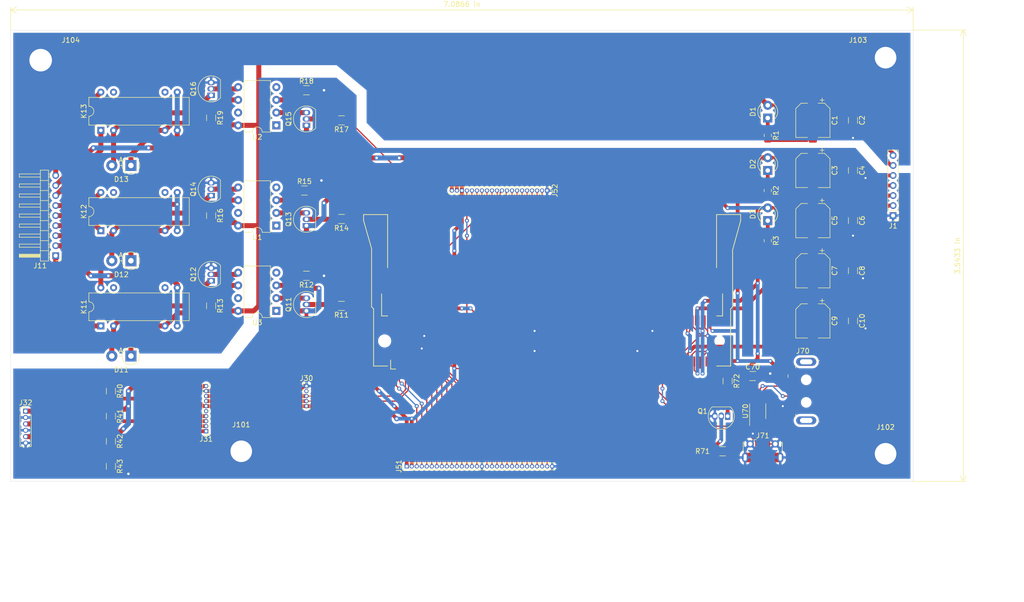
<source format=kicad_pcb>
(kicad_pcb (version 20171130) (host pcbnew "(5.1.2)-1")
  (title_block (title "Custom Compute Module IO Board") (date 2019-06-25) (rev RevC) (company "DCI CESE UBA - ITBA") (comment 1 "Autor: Ing. Fortunatti Nelson"))
  (layers (0 F.Cu signal) (31 B.Cu signal) (34 B.Paste user) (35 F.Paste user) (36 B.SilkS user) (37 F.SilkS user) (38 B.Mask user) (39 F.Mask user) (44 Edge.Cuts user))
  (net 0 "")
  (net 1 GNDPWR)
  (net 2 +12V)
  (net 3 GND)
  (net 4 +5V)
  (net 5 +3V3)
  (net 6 +2V5)
  (net 7 +1V8)
  (net 8 "Net-(D1-Pad1)")
  (net 9 "Net-(D2-Pad1)")
  (net 10 "Net-(D3-Pad1)")
  (net 11 "Net-(D11-Pad2)")
  (net 12 "Net-(D12-Pad2)")
  (net 13 "Net-(D13-Pad2)")
  (net 14 /OptocouplerAndRelays/VentCOM)
  (net 15 /OptocouplerAndRelays/VentNA)
  (net 16 /OptocouplerAndRelays/ResNC)
  (net 17 /OptocouplerAndRelays/ResCOM)
  (net 18 /OptocouplerAndRelays/ResNA)
  (net 19 /OptocouplerAndRelays/CompNC)
  (net 20 /OptocouplerAndRelays/CompCOM)
  (net 21 /OptocouplerAndRelays/CompNA)
  (net 22 /raspberryModuleConnection/GPIO3)
  (net 23 /raspberryModuleConnection/GPIO2)
  (net 24 "Net-(J30-Pad2)")
  (net 25 "Net-(J31-Pad5)")
  (net 26 /ADCyRTC/A0)
  (net 27 /ADCyRTC/A1)
  (net 28 /ADCyRTC/A2)
  (net 29 /ADCyRTC/A3)
  (net 30 /GPIO-Connectors/GPIO27)
  (net 31 /GPIO-Connectors/GPIO26)
  (net 32 /GPIO-Connectors/GPIO25)
  (net 33 /GPIO-Connectors/GPIO24)
  (net 34 /GPIO-Connectors/GPIO23)
  (net 35 /GPIO-Connectors/GPIO22)
  (net 36 /GPIO-Connectors/GPIO21)
  (net 37 /GPIO-Connectors/GPIO20)
  (net 38 /GPIO-Connectors/GPIO19)
  (net 39 /GPIO-Connectors/GPIO18)
  (net 40 /GPIO-Connectors/GPIO17)
  (net 41 /GPIO-Connectors/GPIO16)
  (net 42 /GPIO-Connectors/GPIO15)
  (net 43 /GPIO-Connectors/GPIO14)
  (net 44 /GPIO-Connectors/GPIO13)
  (net 45 /GPIO-Connectors/GPIO12)
  (net 46 /GPIO-Connectors/GPIO11)
  (net 47 /GPIO-Connectors/GPIO10)
  (net 48 /GPIO-Connectors/GPIO9)
  (net 49 /GPIO-Connectors/GPIO8)
  (net 50 /GPIO-Connectors/GPIO7)
  (net 51 /GPIO-Connectors/GPIO6)
  (net 52 /GPIO-Connectors/GPIO5)
  (net 53 /GPIO-Connectors/GPIO4)
  (net 54 /GPIO-Connectors/GPIO1)
  (net 55 /GPIO-Connectors/GPIO0)
  (net 56 /GPIO-Connectors/RUN)
  (net 57 /GPIO-Connectors/GPIO31)
  (net 58 /GPIO-Connectors/GPIO32)
  (net 59 /GPIO-Connectors/GPIO33)
  (net 60 /GPIO-Connectors/GPIO34)
  (net 61 /GPIO-Connectors/GPIO35)
  (net 62 /GPIO-Connectors/GPIO36)
  (net 63 /GPIO-Connectors/GPIO37)
  (net 64 /GPIO-Connectors/GPIO38)
  (net 65 /GPIO-Connectors/GPIO39)
  (net 66 /GPIO-Connectors/GPIO40)
  (net 67 /GPIO-Connectors/GPIO41)
  (net 68 /GPIO-Connectors/GPIO42)
  (net 69 /GPIO-Connectors/GPIO43)
  (net 70 /GPIO-Connectors/GPIO44)
  (net 71 /GPIO-Connectors/GPIO45)
  (net 72 "Net-(J70-Pad2)")
  (net 73 "Net-(J70-Pad3)")
  (net 74 "Net-(J71-Pad3)")
  (net 75 "Net-(J71-Pad4)")
  (net 76 /HDMIyUSB/VIN_USB_SLAVE)
  (net 77 "Net-(J71-Pad2)")
  (net 78 /OptocouplerAndRelays/VentNC)
  (net 79 /HDMIyUSB/SEL)
  (net 80 "Net-(Q1-Pad2)")
  (net 81 "Net-(Q11-Pad3)")
  (net 82 "Net-(Q11-Pad2)")
  (net 83 "Net-(Q12-Pad2)")
  (net 84 "Net-(Q13-Pad3)")
  (net 85 "Net-(Q13-Pad2)")
  (net 86 "Net-(Q14-Pad2)")
  (net 87 "Net-(Q15-Pad3)")
  (net 88 "Net-(Q15-Pad2)")
  (net 89 "Net-(Q16-Pad2)")
  (net 90 /OptocouplerAndRelays/CompSignal)
  (net 91 "Net-(R12-Pad2)")
  (net 92 "Net-(R13-Pad1)")
  (net 93 /raspberryModuleConnection/GPIO29)
  (net 94 "Net-(R15-Pad1)")
  (net 95 "Net-(R16-Pad1)")
  (net 96 /raspberryModuleConnection/GPIO30)
  (net 97 "Net-(R18-Pad1)")
  (net 98 "Net-(R19-Pad1)")
  (net 99 "Net-(U1-Pad4)")
  (net 100 "Net-(U1-Pad7)")
  (net 101 "Net-(U1-Pad1)")
  (net 102 "Net-(U2-Pad4)")
  (net 103 "Net-(U2-Pad7)")
  (net 104 "Net-(U2-Pad1)")
  (net 105 "Net-(U3-Pad4)")
  (net 106 "Net-(U3-Pad7)")
  (net 107 "Net-(U3-Pad1)")
  (net 108 /HDMIyUSB/USB_DM)
  (net 109 /HDMIyUSB/USB_DP)
  (net 110 "Net-(J20-Pad180)")
  (net 111 "Net-(J20-Pad179)")
  (net 112 "Net-(J20-Pad178)")
  (net 113 "Net-(J20-Pad176)")
  (net 114 /HDMIyUSB/HDMI_SCL)
  (net 115 "Net-(J20-Pad174)")
  (net 116 /HDMIyUSB/HDMI_SDA)
  (net 117 "Net-(J20-Pad172)")
  (net 118 /HDMIyUSB/HDMI_CEC)
  (net 119 /HDMIyUSB/USB_OTGID)
  (net 120 "Net-(J20-Pad166)")
  (net 121 "Net-(J20-Pad162)")
  (net 122 "Net-(J20-Pad161)")
  (net 123 "Net-(J20-Pad160)")
  (net 124 "Net-(J20-Pad159)")
  (net 125 "Net-(J20-Pad158)")
  (net 126 "Net-(J20-Pad156)")
  (net 127 "Net-(J20-Pad155)")
  (net 128 "Net-(J20-Pad154)")
  (net 129 "Net-(J20-Pad153)")
  (net 130 "Net-(J20-Pad150)")
  (net 131 "Net-(J20-Pad149)")
  (net 132 "Net-(J20-Pad148)")
  (net 133 "Net-(J20-Pad147)")
  (net 134 "Net-(J20-Pad144)")
  (net 135 "Net-(J20-Pad143)")
  (net 136 "Net-(J20-Pad142)")
  (net 137 "Net-(J20-Pad141)")
  (net 138 "Net-(J20-Pad138)")
  (net 139 "Net-(J20-Pad137)")
  (net 140 "Net-(J20-Pad136)")
  (net 141 "Net-(J20-Pad135)")
  (net 142 "Net-(J20-Pad132)")
  (net 143 /HDMIyUSB/HDMI_D2_P)
  (net 144 "Net-(J20-Pad130)")
  (net 145 /HDMIyUSB/HDMI_D2_N)
  (net 146 "Net-(J20-Pad128)")
  (net 147 "Net-(J20-Pad126)")
  (net 148 /HDMIyUSB/HDMI_D1_P)
  (net 149 "Net-(J20-Pad124)")
  (net 150 /HDMIyUSB/HDMI_D1_N)
  (net 151 "Net-(J20-Pad120)")
  (net 152 /HDMIyUSB/HDMI_D0_P)
  (net 153 "Net-(J20-Pad118)")
  (net 154 /HDMIyUSB/HDMI_D0_N)
  (net 155 "Net-(J20-Pad114)")
  (net 156 /HDMIyUSB/HDMI_CK_P)
  (net 157 "Net-(J20-Pad112)")
  (net 158 /HDMIyUSB/HDMI_CK_N)
  (net 159 "Net-(J20-Pad108)")
  (net 160 "Net-(J20-Pad107)")
  (net 161 "Net-(J20-Pad106)")
  (net 162 "Net-(J20-Pad105)")
  (net 163 "Net-(J20-Pad102)")
  (net 164 "Net-(J20-Pad101)")
  (net 165 "Net-(J20-Pad100)")
  (net 166 "Net-(J20-Pad99)")
  (net 167 "Net-(J20-Pad96)")
  (net 168 "Net-(J20-Pad95)")
  (net 169 "Net-(J20-Pad94)")
  (net 170 "Net-(J20-Pad93)")
  (net 171 /HDMIyUSB/EMMC_EN_N_1V8)
  (net 172 /HDMIyUSB/HDMI_HPD_N_1V8)
  (net 173 "Net-(J20-Pad24)")
  (net 174 "Net-(J20-Pad22)")
  (net 175 "Net-(J20-Pad18)")
  (net 176 "Net-(J20-Pad16)")
  (net 177 "Net-(J20-Pad12)")
  (net 178 "Net-(J20-Pad10)")
  (net 179 /HDMIyUSB/EMMC_DISABLE_N)
  (net 180 "Net-(J101-Pad1)")
  (net 181 "Net-(J102-Pad1)")
  (net 182 "Net-(J103-Pad1)")
  (net 183 "Net-(J104-Pad1)")
  (module MountingHole:MountingHole_4.3mm_M4_Pad (layer F.Cu) (at 234.5 124.5)
    (fp_text reference J102 (at 0 -5.3) (layer F.SilkS))
    (fp_text value Conn_01x01)
    (pad 1 thru_hole circle (at 0 0) (size 8.6 8.6) (drill 4.3) (layers *.Cu *.Mask) (net 181 "Net-(J102-Pad1)"))
  )
  (module MountingHole:MountingHole_4.5mm_Pad (layer F.Cu) (at 66 46)
    (fp_text reference J104 (at 6 -4) (layer F.SilkS))
    (fp_text value Conn_01x01)
    (pad 1 thru_hole circle (at 0 0) (size 9 9) (drill 4.5) (layers *.Cu *.Mask) (net 183 "Net-(J104-Pad1)"))
  )
  (module MountingHole:MountingHole_4.3mm_M4_Pad (layer F.Cu) (at 234.5 45.5)
    (fp_text reference J103 (at -5.5 -3.5) (layer F.SilkS))
    (fp_text value Conn_01x01)
    (pad 1 thru_hole circle (at 0 0) (size 8.6 8.6) (drill 4.3) (layers *.Cu *.Mask) (net 182 "Net-(J103-Pad1)"))
  )
  (module MountingHole:MountingHole_4.3mm_M4_Pad (layer F.Cu) (at 106 124)
    (fp_text reference J101 (at 0 -5.3) (layer F.SilkS))
    (fp_text value Conn_01x01)
    (pad 1 thru_hole circle (at 0 0) (size 8.6 8.6) (drill 4.3) (layers *.Cu *.Mask) (net 180 "Net-(J101-Pad1)"))
  )
  (module SymbolsAndFootprints:ConnectorFootprintSodimm200 (layer F.Cu) (at 168 102 90)
    (fp_text reference J20)
    (fp_text value SODIMM-200ForRpi)
    (pad 41 smd rect (at -4.1 -16.05 90) (size 2 0.35) (layers F.Cu F.Paste) (net 5 +3V3))
    (pad 1 smd rect (at -4.1 -31.65 90) (size 2 0.35) (layers F.Cu F.Paste) (net 3 GND))
    (pad "" np_thru_hole circle (at 0 33.4 90) (size 1.1 1.1) (drill 1.1) (layers *.Cu))
    (pad "" np_thru_hole circle (at 0 -33.4 90) (size 1.6 1.6) (drill 1.6) (layers *.Cu))
    (pad "" smd rect (at 12 -32.55 90) (size 4.6 4.5) (layers F.Cu F.Paste F.Mask))
    (pad "" smd rect (at 12 32.55 90) (size 4.6 4.5) (layers F.Cu F.Paste F.Mask))
    (pad 2 smd rect (at 4.099999 -31.35 90) (size 2 0.35) (layers F.Cu F.Paste) (net 179 /HDMIyUSB/EMMC_DISABLE_N))
    (pad 3 smd rect (at -4.1 -31.05 90) (size 2 0.35) (layers F.Cu F.Paste) (net 55 /GPIO-Connectors/GPIO0))
    (pad 4 smd rect (at 4.099999 -30.75 90) (size 2 0.35) (layers F.Cu F.Paste) (net 5 +3V3))
    (pad 5 smd rect (at -4.1 -30.45 90) (size 2 0.35) (layers F.Cu F.Paste) (net 54 /GPIO-Connectors/GPIO1))
    (pad 6 smd rect (at 4.099999 -30.15 90) (size 2 0.35) (layers F.Cu F.Paste) (net 5 +3V3))
    (pad 7 smd rect (at -4.1 -29.85 90) (size 2 0.35) (layers F.Cu F.Paste) (net 3 GND))
    (pad 8 smd rect (at 4.099999 -29.55 90) (size 2 0.35) (layers F.Cu F.Paste) (net 3 GND))
    (pad 9 smd rect (at -4.1 -29.25 90) (size 2 0.35) (layers F.Cu F.Paste) (net 23 /raspberryModuleConnection/GPIO2))
    (pad 10 smd rect (at 4.099999 -28.95 90) (size 2 0.35) (layers F.Cu F.Paste) (net 178 "Net-(J20-Pad10)"))
    (pad 11 smd rect (at -4.1 -28.65 90) (size 2 0.35) (layers F.Cu F.Paste) (net 22 /raspberryModuleConnection/GPIO3))
    (pad 12 smd rect (at 4.099999 -28.35 90) (size 2 0.35) (layers F.Cu F.Paste) (net 177 "Net-(J20-Pad12)"))
    (pad 13 smd rect (at -4.1 -28.05 90) (size 2 0.35) (layers F.Cu F.Paste) (net 3 GND))
    (pad 14 smd rect (at 4.099999 -27.75 90) (size 2 0.35) (layers F.Cu F.Paste) (net 3 GND))
    (pad 15 smd rect (at -4.1 -27.45 90) (size 2 0.35) (layers F.Cu F.Paste) (net 53 /GPIO-Connectors/GPIO4))
    (pad 16 smd rect (at 4.099999 -27.15 90) (size 2 0.35) (layers F.Cu F.Paste) (net 176 "Net-(J20-Pad16)"))
    (pad 17 smd rect (at -4.1 -26.85 90) (size 2 0.35) (layers F.Cu F.Paste) (net 52 /GPIO-Connectors/GPIO5))
    (pad 18 smd rect (at 4.099999 -26.55 90) (size 2 0.35) (layers F.Cu F.Paste) (net 175 "Net-(J20-Pad18)"))
    (pad 19 smd rect (at -4.1 -26.25 90) (size 2 0.35) (layers F.Cu F.Paste) (net 3 GND))
    (pad 20 smd rect (at 4.099999 -25.95 90) (size 2 0.35) (layers F.Cu F.Paste) (net 3 GND))
    (pad 21 smd rect (at -4.1 -25.65 90) (size 2 0.35) (layers F.Cu F.Paste) (net 51 /GPIO-Connectors/GPIO6))
    (pad 22 smd rect (at 4.099999 -25.35 90) (size 2 0.35) (layers F.Cu F.Paste) (net 174 "Net-(J20-Pad22)"))
    (pad 23 smd rect (at -4.1 -25.05 90) (size 2 0.35) (layers F.Cu F.Paste) (net 50 /GPIO-Connectors/GPIO7))
    (pad 24 smd rect (at 4.099999 -24.75 90) (size 2 0.35) (layers F.Cu F.Paste) (net 173 "Net-(J20-Pad24)"))
    (pad 25 smd rect (at -4.1 -24.45 90) (size 2 0.35) (layers F.Cu F.Paste) (net 3 GND))
    (pad 26 smd rect (at 4.099999 -24.15 90) (size 2 0.35) (layers F.Cu F.Paste) (net 3 GND))
    (pad 27 smd rect (at -4.1 -23.85 90) (size 2 0.35) (layers F.Cu F.Paste) (net 49 /GPIO-Connectors/GPIO8))
    (pad 28 smd rect (at 4.099999 -23.55 90) (size 2 0.35) (layers F.Cu F.Paste) (net 90 /OptocouplerAndRelays/CompSignal))
    (pad 29 smd rect (at -4.1 -23.25 90) (size 2 0.35) (layers F.Cu F.Paste) (net 48 /GPIO-Connectors/GPIO9))
    (pad 30 smd rect (at 4.099999 -22.95 90) (size 2 0.35) (layers F.Cu F.Paste) (net 93 /raspberryModuleConnection/GPIO29))
    (pad 31 smd rect (at -4.1 -22.65 90) (size 2 0.35) (layers F.Cu F.Paste) (net 3 GND))
    (pad 32 smd rect (at 4.099999 -22.35 90) (size 2 0.35) (layers F.Cu F.Paste) (net 3 GND))
    (pad 33 smd rect (at -4.1 -22.05 90) (size 2 0.35) (layers F.Cu F.Paste) (net 47 /GPIO-Connectors/GPIO10))
    (pad 34 smd rect (at 4.099999 -21.75 90) (size 2 0.35) (layers F.Cu F.Paste) (net 96 /raspberryModuleConnection/GPIO30))
    (pad 35 smd rect (at -4.1 -21.45 90) (size 2 0.35) (layers F.Cu F.Paste) (net 46 /GPIO-Connectors/GPIO11))
    (pad 36 smd rect (at 4.099999 -21.15 90) (size 2 0.35) (layers F.Cu F.Paste) (net 57 /GPIO-Connectors/GPIO31))
    (pad 37 smd rect (at -4.1 -20.85 90) (size 2 0.35) (layers F.Cu F.Paste) (net 3 GND))
    (pad 38 smd rect (at 4.099999 -20.55 90) (size 2 0.35) (layers F.Cu F.Paste) (net 3 GND))
    (pad 39 smd rect (at -4.1 -20.25 90) (size 2 0.35) (layers F.Cu F.Paste) (net 5 +3V3))
    (pad 40 smd rect (at 4.099999 -19.95 90) (size 2 0.35) (layers F.Cu F.Paste) (net 5 +3V3))
    (pad 42 smd rect (at 4.099999 -15.75 90) (size 2 0.35) (layers F.Cu F.Paste) (net 5 +3V3))
    (pad 43 smd rect (at -4.1 -15.45 90) (size 2 0.35) (layers F.Cu F.Paste) (net 3 GND))
    (pad 44 smd rect (at 4.099999 -15.15 90) (size 2 0.35) (layers F.Cu F.Paste) (net 3 GND))
    (pad 45 smd rect (at -4.1 -14.85 90) (size 2 0.35) (layers F.Cu F.Paste) (net 45 /GPIO-Connectors/GPIO12))
    (pad 46 smd rect (at 4.099999 -14.55 90) (size 2 0.35) (layers F.Cu F.Paste) (net 58 /GPIO-Connectors/GPIO32))
    (pad 47 smd rect (at -4.1 -14.25 90) (size 2 0.35) (layers F.Cu F.Paste) (net 44 /GPIO-Connectors/GPIO13))
    (pad 48 smd rect (at 4.099999 -13.95 90) (size 2 0.35) (layers F.Cu F.Paste) (net 59 /GPIO-Connectors/GPIO33))
    (pad 49 smd rect (at -4.1 -13.65 90) (size 2 0.35) (layers F.Cu F.Paste) (net 3 GND))
    (pad 50 smd rect (at 4.099999 -13.35 90) (size 2 0.35) (layers F.Cu F.Paste) (net 3 GND))
    (pad 51 smd rect (at -4.1 -13.05 90) (size 2 0.35) (layers F.Cu F.Paste) (net 43 /GPIO-Connectors/GPIO14))
    (pad 52 smd rect (at 4.099999 -12.75 90) (size 2 0.35) (layers F.Cu F.Paste) (net 60 /GPIO-Connectors/GPIO34))
    (pad 53 smd rect (at -4.1 -12.45 90) (size 2 0.35) (layers F.Cu F.Paste) (net 42 /GPIO-Connectors/GPIO15))
    (pad 54 smd rect (at 4.099999 -12.15 90) (size 2 0.35) (layers F.Cu F.Paste) (net 61 /GPIO-Connectors/GPIO35))
    (pad 55 smd rect (at -4.1 -11.85 90) (size 2 0.35) (layers F.Cu F.Paste) (net 3 GND))
    (pad 56 smd rect (at 4.099999 -11.55 90) (size 2 0.35) (layers F.Cu F.Paste) (net 3 GND))
    (pad 57 smd rect (at -4.1 -11.25 90) (size 2 0.35) (layers F.Cu F.Paste) (net 41 /GPIO-Connectors/GPIO16))
    (pad 58 smd rect (at 4.099999 -10.95 90) (size 2 0.35) (layers F.Cu F.Paste) (net 62 /GPIO-Connectors/GPIO36))
    (pad 59 smd rect (at -4.1 -10.65 90) (size 2 0.35) (layers F.Cu F.Paste) (net 40 /GPIO-Connectors/GPIO17))
    (pad 60 smd rect (at 4.099999 -10.35 90) (size 2 0.35) (layers F.Cu F.Paste) (net 63 /GPIO-Connectors/GPIO37))
    (pad 61 smd rect (at -4.1 -10.05 90) (size 2 0.35) (layers F.Cu F.Paste) (net 3 GND))
    (pad 62 smd rect (at 4.099999 -9.75 90) (size 2 0.35) (layers F.Cu F.Paste) (net 3 GND))
    (pad 63 smd rect (at -4.1 -9.45 90) (size 2 0.35) (layers F.Cu F.Paste) (net 39 /GPIO-Connectors/GPIO18))
    (pad 64 smd rect (at 4.099999 -9.15 90) (size 2 0.35) (layers F.Cu F.Paste) (net 64 /GPIO-Connectors/GPIO38))
    (pad 65 smd rect (at -4.1 -8.85 90) (size 2 0.35) (layers F.Cu F.Paste) (net 38 /GPIO-Connectors/GPIO19))
    (pad 66 smd rect (at 4.099999 -8.55 90) (size 2 0.35) (layers F.Cu F.Paste) (net 65 /GPIO-Connectors/GPIO39))
    (pad 67 smd rect (at -4.1 -8.25 90) (size 2 0.35) (layers F.Cu F.Paste) (net 3 GND))
    (pad 68 smd rect (at 4.099999 -7.95 90) (size 2 0.35) (layers F.Cu F.Paste) (net 3 GND))
    (pad 69 smd rect (at -4.1 -7.65 90) (size 2 0.35) (layers F.Cu F.Paste) (net 37 /GPIO-Connectors/GPIO20))
    (pad 70 smd rect (at 4.099999 -7.35 90) (size 2 0.35) (layers F.Cu F.Paste) (net 66 /GPIO-Connectors/GPIO40))
    (pad 71 smd rect (at -4.1 -7.05 90) (size 2 0.35) (layers F.Cu F.Paste) (net 36 /GPIO-Connectors/GPIO21))
    (pad 72 smd rect (at 4.099999 -6.75 90) (size 2 0.35) (layers F.Cu F.Paste) (net 67 /GPIO-Connectors/GPIO41))
    (pad 73 smd rect (at -4.1 -6.45 90) (size 2 0.35) (layers F.Cu F.Paste) (net 3 GND))
    (pad 74 smd rect (at 4.099999 -6.15 90) (size 2 0.35) (layers F.Cu F.Paste) (net 3 GND))
    (pad 75 smd rect (at -4.1 -5.85 90) (size 2 0.35) (layers F.Cu F.Paste) (net 35 /GPIO-Connectors/GPIO22))
    (pad 76 smd rect (at 4.099999 -5.55 90) (size 2 0.35) (layers F.Cu F.Paste) (net 68 /GPIO-Connectors/GPIO42))
    (pad 77 smd rect (at -4.1 -5.25 90) (size 2 0.35) (layers F.Cu F.Paste) (net 34 /GPIO-Connectors/GPIO23))
    (pad 78 smd rect (at 4.099999 -4.95 90) (size 2 0.35) (layers F.Cu F.Paste) (net 69 /GPIO-Connectors/GPIO43))
    (pad 79 smd rect (at -4.1 -4.65 90) (size 2 0.35) (layers F.Cu F.Paste) (net 3 GND))
    (pad 80 smd rect (at 4.099999 -4.35 90) (size 2 0.35) (layers F.Cu F.Paste) (net 3 GND))
    (pad 81 smd rect (at -4.1 -4.05 90) (size 2 0.35) (layers F.Cu F.Paste) (net 33 /GPIO-Connectors/GPIO24))
    (pad 82 smd rect (at 4.099999 -3.75 90) (size 2 0.35) (layers F.Cu F.Paste) (net 70 /GPIO-Connectors/GPIO44))
    (pad 83 smd rect (at -4.1 -3.45 90) (size 2 0.35) (layers F.Cu F.Paste) (net 32 /GPIO-Connectors/GPIO25))
    (pad 84 smd rect (at 4.099999 -3.15 90) (size 2 0.35) (layers F.Cu F.Paste) (net 71 /GPIO-Connectors/GPIO45))
    (pad 85 smd rect (at -4.1 -2.85 90) (size 2 0.35) (layers F.Cu F.Paste) (net 3 GND))
    (pad 86 smd rect (at 4.099999 -2.55 90) (size 2 0.35) (layers F.Cu F.Paste) (net 3 GND))
    (pad 87 smd rect (at -4.1 -2.25 90) (size 2 0.35) (layers F.Cu F.Paste) (net 31 /GPIO-Connectors/GPIO26))
    (pad 88 smd rect (at 4.099999 -1.95 90) (size 2 0.35) (layers F.Cu F.Paste) (net 172 /HDMIyUSB/HDMI_HPD_N_1V8))
    (pad 89 smd rect (at -4.1 -1.65 90) (size 2 0.35) (layers F.Cu F.Paste) (net 30 /GPIO-Connectors/GPIO27))
    (pad 90 smd rect (at 4.099999 -1.35 90) (size 2 0.35) (layers F.Cu F.Paste) (net 171 /HDMIyUSB/EMMC_EN_N_1V8))
    (pad 91 smd rect (at -4.1 -1.05 90) (size 2 0.35) (layers F.Cu F.Paste) (net 3 GND))
    (pad 92 smd rect (at 4.099999 -0.75 90) (size 2 0.35) (layers F.Cu F.Paste) (net 3 GND))
    (pad 93 smd rect (at -4.1 -0.45 90) (size 2 0.35) (layers F.Cu F.Paste) (net 170 "Net-(J20-Pad93)"))
    (pad 94 smd rect (at 4.099999 -0.15 90) (size 2 0.35) (layers F.Cu F.Paste) (net 169 "Net-(J20-Pad94)"))
    (pad 95 smd rect (at -4.1 0.15 90) (size 2 0.35) (layers F.Cu F.Paste) (net 168 "Net-(J20-Pad95)"))
    (pad 96 smd rect (at 4.099999 0.45 90) (size 2 0.35) (layers F.Cu F.Paste) (net 167 "Net-(J20-Pad96)"))
    (pad 97 smd rect (at -4.1 0.75 90) (size 2 0.35) (layers F.Cu F.Paste) (net 3 GND))
    (pad 98 smd rect (at 4.099999 1.05 90) (size 2 0.35) (layers F.Cu F.Paste) (net 3 GND))
    (pad 99 smd rect (at -4.1 1.35 90) (size 2 0.35) (layers F.Cu F.Paste) (net 166 "Net-(J20-Pad99)"))
    (pad 100 smd rect (at 4.099999 1.65 90) (size 2 0.35) (layers F.Cu F.Paste) (net 165 "Net-(J20-Pad100)"))
    (pad 101 smd rect (at -4.1 1.95 90) (size 2 0.35) (layers F.Cu F.Paste) (net 164 "Net-(J20-Pad101)"))
    (pad 102 smd rect (at 4.099999 2.25 90) (size 2 0.35) (layers F.Cu F.Paste) (net 163 "Net-(J20-Pad102)"))
    (pad 103 smd rect (at -4.1 2.55 90) (size 2 0.35) (layers F.Cu F.Paste) (net 3 GND))
    (pad 104 smd rect (at 4.099999 2.85 90) (size 2 0.35) (layers F.Cu F.Paste) (net 3 GND))
    (pad 105 smd rect (at -4.1 3.15 90) (size 2 0.35) (layers F.Cu F.Paste) (net 162 "Net-(J20-Pad105)"))
    (pad 106 smd rect (at 4.099999 3.45 90) (size 2 0.35) (layers F.Cu F.Paste) (net 161 "Net-(J20-Pad106)"))
    (pad 107 smd rect (at -4.1 3.75 90) (size 2 0.35) (layers F.Cu F.Paste) (net 160 "Net-(J20-Pad107)"))
    (pad 108 smd rect (at 4.099999 4.05 90) (size 2 0.35) (layers F.Cu F.Paste) (net 159 "Net-(J20-Pad108)"))
    (pad 109 smd rect (at -4.1 4.35 90) (size 2 0.35) (layers F.Cu F.Paste) (net 3 GND))
    (pad 110 smd rect (at 4.099999 4.65 90) (size 2 0.35) (layers F.Cu F.Paste) (net 3 GND))
    (pad 111 smd rect (at -4.1 4.95 90) (size 2 0.35) (layers F.Cu F.Paste) (net 158 /HDMIyUSB/HDMI_CK_N))
    (pad 112 smd rect (at 4.099999 5.25 90) (size 2 0.35) (layers F.Cu F.Paste) (net 157 "Net-(J20-Pad112)"))
    (pad 113 smd rect (at -4.1 5.55 90) (size 2 0.35) (layers F.Cu F.Paste) (net 156 /HDMIyUSB/HDMI_CK_P))
    (pad 114 smd rect (at 4.099999 5.85 90) (size 2 0.35) (layers F.Cu F.Paste) (net 155 "Net-(J20-Pad114)"))
    (pad 115 smd rect (at -4.1 6.15 90) (size 2 0.35) (layers F.Cu F.Paste) (net 3 GND))
    (pad 116 smd rect (at 4.099999 6.45 90) (size 2 0.35) (layers F.Cu F.Paste) (net 3 GND))
    (pad 117 smd rect (at -4.1 6.75 90) (size 2 0.35) (layers F.Cu F.Paste) (net 154 /HDMIyUSB/HDMI_D0_N))
    (pad 118 smd rect (at 4.099999 7.05 90) (size 2 0.35) (layers F.Cu F.Paste) (net 153 "Net-(J20-Pad118)"))
    (pad 119 smd rect (at -4.1 7.35 90) (size 2 0.35) (layers F.Cu F.Paste) (net 152 /HDMIyUSB/HDMI_D0_P))
    (pad 120 smd rect (at 4.099999 7.65 90) (size 2 0.35) (layers F.Cu F.Paste) (net 151 "Net-(J20-Pad120)"))
    (pad 121 smd rect (at -4.1 7.95 90) (size 2 0.35) (layers F.Cu F.Paste) (net 3 GND))
    (pad 122 smd rect (at 4.099999 8.25 90) (size 2 0.35) (layers F.Cu F.Paste) (net 3 GND))
    (pad 123 smd rect (at -4.1 8.55 90) (size 2 0.35) (layers F.Cu F.Paste) (net 150 /HDMIyUSB/HDMI_D1_N))
    (pad 124 smd rect (at 4.099999 8.85 90) (size 2 0.35) (layers F.Cu F.Paste) (net 149 "Net-(J20-Pad124)"))
    (pad 125 smd rect (at -4.1 9.15 90) (size 2 0.35) (layers F.Cu F.Paste) (net 148 /HDMIyUSB/HDMI_D1_P))
    (pad 126 smd rect (at 4.099999 9.45 90) (size 2 0.35) (layers F.Cu F.Paste) (net 147 "Net-(J20-Pad126)"))
    (pad 127 smd rect (at -4.1 9.75 90) (size 2 0.35) (layers F.Cu F.Paste) (net 3 GND))
    (pad 128 smd rect (at 4.099999 10.05 90) (size 2 0.35) (layers F.Cu F.Paste) (net 146 "Net-(J20-Pad128)"))
    (pad 129 smd rect (at -4.1 10.35 90) (size 2 0.35) (layers F.Cu F.Paste) (net 145 /HDMIyUSB/HDMI_D2_N))
    (pad 130 smd rect (at 4.099999 10.65 90) (size 2 0.35) (layers F.Cu F.Paste) (net 144 "Net-(J20-Pad130)"))
    (pad 131 smd rect (at -4.1 10.95 90) (size 2 0.35) (layers F.Cu F.Paste) (net 143 /HDMIyUSB/HDMI_D2_P))
    (pad 132 smd rect (at 4.099999 11.25 90) (size 2 0.35) (layers F.Cu F.Paste) (net 142 "Net-(J20-Pad132)"))
    (pad 133 smd rect (at -4.1 11.55 90) (size 2 0.35) (layers F.Cu F.Paste) (net 3 GND))
    (pad 134 smd rect (at 4.099999 11.85 90) (size 2 0.35) (layers F.Cu F.Paste) (net 3 GND))
    (pad 135 smd rect (at -4.1 12.15 90) (size 2 0.35) (layers F.Cu F.Paste) (net 141 "Net-(J20-Pad135)"))
    (pad 136 smd rect (at 4.099999 12.45 90) (size 2 0.35) (layers F.Cu F.Paste) (net 140 "Net-(J20-Pad136)"))
    (pad 137 smd rect (at -4.1 12.75 90) (size 2 0.35) (layers F.Cu F.Paste) (net 139 "Net-(J20-Pad137)"))
    (pad 138 smd rect (at 4.099999 13.05 90) (size 2 0.35) (layers F.Cu F.Paste) (net 138 "Net-(J20-Pad138)"))
    (pad 139 smd rect (at -4.1 13.35 90) (size 2 0.35) (layers F.Cu F.Paste) (net 3 GND))
    (pad 140 smd rect (at 4.099999 13.65 90) (size 2 0.35) (layers F.Cu F.Paste) (net 3 GND))
    (pad 141 smd rect (at -4.1 13.95 90) (size 2 0.35) (layers F.Cu F.Paste) (net 137 "Net-(J20-Pad141)"))
    (pad 142 smd rect (at 4.099999 14.25 90) (size 2 0.35) (layers F.Cu F.Paste) (net 136 "Net-(J20-Pad142)"))
    (pad 143 smd rect (at -4.1 14.55 90) (size 2 0.35) (layers F.Cu F.Paste) (net 135 "Net-(J20-Pad143)"))
    (pad 144 smd rect (at 4.099999 14.85 90) (size 2 0.35) (layers F.Cu F.Paste) (net 134 "Net-(J20-Pad144)"))
    (pad 145 smd rect (at -4.1 15.15 90) (size 2 0.35) (layers F.Cu F.Paste) (net 3 GND))
    (pad 146 smd rect (at 4.099999 15.45 90) (size 2 0.35) (layers F.Cu F.Paste) (net 3 GND))
    (pad 147 smd rect (at -4.1 15.75 90) (size 2 0.35) (layers F.Cu F.Paste) (net 133 "Net-(J20-Pad147)"))
    (pad 148 smd rect (at 4.099999 16.05 90) (size 2 0.35) (layers F.Cu F.Paste) (net 132 "Net-(J20-Pad148)"))
    (pad 149 smd rect (at -4.1 16.35 90) (size 2 0.35) (layers F.Cu F.Paste) (net 131 "Net-(J20-Pad149)"))
    (pad 150 smd rect (at 4.099999 16.65 90) (size 2 0.35) (layers F.Cu F.Paste) (net 130 "Net-(J20-Pad150)"))
    (pad 151 smd rect (at -4.1 16.95 90) (size 2 0.35) (layers F.Cu F.Paste) (net 3 GND))
    (pad 152 smd rect (at 4.099999 17.25 90) (size 2 0.35) (layers F.Cu F.Paste) (net 3 GND))
    (pad 153 smd rect (at -4.1 17.55 90) (size 2 0.35) (layers F.Cu F.Paste) (net 129 "Net-(J20-Pad153)"))
    (pad 154 smd rect (at 4.099999 17.85 90) (size 2 0.35) (layers F.Cu F.Paste) (net 128 "Net-(J20-Pad154)"))
    (pad 155 smd rect (at -4.1 18.15 90) (size 2 0.35) (layers F.Cu F.Paste) (net 127 "Net-(J20-Pad155)"))
    (pad 156 smd rect (at 4.099999 18.45 90) (size 2 0.35) (layers F.Cu F.Paste) (net 126 "Net-(J20-Pad156)"))
    (pad 157 smd rect (at -4.1 18.75 90) (size 2 0.35) (layers F.Cu F.Paste) (net 3 GND))
    (pad 158 smd rect (at 4.099999 19.05 90) (size 2 0.35) (layers F.Cu F.Paste) (net 125 "Net-(J20-Pad158)"))
    (pad 159 smd rect (at -4.1 19.35 90) (size 2 0.35) (layers F.Cu F.Paste) (net 124 "Net-(J20-Pad159)"))
    (pad 160 smd rect (at 4.099999 19.65 90) (size 2 0.35) (layers F.Cu F.Paste) (net 123 "Net-(J20-Pad160)"))
    (pad 161 smd rect (at -4.1 19.95 90) (size 2 0.35) (layers F.Cu F.Paste) (net 122 "Net-(J20-Pad161)"))
    (pad 162 smd rect (at 4.099999 20.25 90) (size 2 0.35) (layers F.Cu F.Paste) (net 121 "Net-(J20-Pad162)"))
    (pad 163 smd rect (at -4.1 20.55 90) (size 2 0.35) (layers F.Cu F.Paste) (net 3 GND))
    (pad 164 smd rect (at 4.099999 20.85 90) (size 2 0.35) (layers F.Cu F.Paste) (net 3 GND))
    (pad 165 smd rect (at -4.1 21.15 90) (size 2 0.35) (layers F.Cu F.Paste) (net 109 /HDMIyUSB/USB_DP))
    (pad 166 smd rect (at 4.099999 21.45 90) (size 2 0.35) (layers F.Cu F.Paste) (net 120 "Net-(J20-Pad166)"))
    (pad 167 smd rect (at -4.1 21.75 90) (size 2 0.35) (layers F.Cu F.Paste) (net 108 /HDMIyUSB/USB_DM))
    (pad 168 smd rect (at 4.099999 22.05 90) (size 2 0.35) (layers F.Cu F.Paste) (net 119 /HDMIyUSB/USB_OTGID))
    (pad 169 smd rect (at -4.1 22.35 90) (size 2 0.35) (layers F.Cu F.Paste) (net 3 GND))
    (pad 170 smd rect (at 4.099999 22.65 90) (size 2 0.35) (layers F.Cu F.Paste) (net 3 GND))
    (pad 171 smd rect (at -4.1 22.95 90) (size 2 0.35) (layers F.Cu F.Paste) (net 118 /HDMIyUSB/HDMI_CEC))
    (pad 172 smd rect (at 4.099999 23.25 90) (size 2 0.35) (layers F.Cu F.Paste) (net 117 "Net-(J20-Pad172)"))
    (pad 173 smd rect (at -4.1 23.55 90) (size 2 0.35) (layers F.Cu F.Paste) (net 116 /HDMIyUSB/HDMI_SDA))
    (pad 174 smd rect (at 4.099999 23.85 90) (size 2 0.35) (layers F.Cu F.Paste) (net 115 "Net-(J20-Pad174)"))
    (pad 175 smd rect (at -4.1 24.15 90) (size 2 0.35) (layers F.Cu F.Paste) (net 114 /HDMIyUSB/HDMI_SCL))
    (pad 176 smd rect (at 4.099999 24.45 90) (size 2 0.35) (layers F.Cu F.Paste) (net 113 "Net-(J20-Pad176)"))
    (pad 177 smd rect (at -4.1 24.75 90) (size 2 0.35) (layers F.Cu F.Paste) (net 56 /GPIO-Connectors/RUN))
    (pad 178 smd rect (at 4.099999 25.05 90) (size 2 0.35) (layers F.Cu F.Paste) (net 112 "Net-(J20-Pad178)"))
    (pad 179 smd rect (at -4.1 25.35 90) (size 2 0.35) (layers F.Cu F.Paste) (net 111 "Net-(J20-Pad179)"))
    (pad 180 smd rect (at 4.099999 25.65 90) (size 2 0.35) (layers F.Cu F.Paste) (net 110 "Net-(J20-Pad180)"))
    (pad 181 smd rect (at -4.1 25.95 90) (size 2 0.35) (layers F.Cu F.Paste) (net 3 GND))
    (pad 182 smd rect (at 4.099999 26.25 90) (size 2 0.35) (layers F.Cu F.Paste) (net 3 GND))
    (pad 183 smd rect (at -4.1 26.55 90) (size 2 0.35) (layers F.Cu F.Paste) (net 7 +1V8))
    (pad 184 smd rect (at 4.099999 26.85 90) (size 2 0.35) (layers F.Cu F.Paste) (net 7 +1V8))
    (pad 185 smd rect (at -4.1 27.15 90) (size 2 0.35) (layers F.Cu F.Paste) (net 7 +1V8))
    (pad 186 smd rect (at 4.099999 27.45 90) (size 2 0.35) (layers F.Cu F.Paste) (net 7 +1V8))
    (pad 187 smd rect (at -4.1 27.75 90) (size 2 0.35) (layers F.Cu F.Paste) (net 3 GND))
    (pad 188 smd rect (at 4.099999 28.05 90) (size 2 0.35) (layers F.Cu F.Paste) (net 3 GND))
    (pad 189 smd rect (at -4.1 28.35 90) (size 2 0.35) (layers F.Cu F.Paste) (net 6 +2V5))
    (pad 190 smd rect (at 4.099999 28.65 90) (size 2 0.35) (layers F.Cu F.Paste) (net 6 +2V5))
    (pad 191 smd rect (at -4.1 28.95 90) (size 2 0.35) (layers F.Cu F.Paste) (net 5 +3V3))
    (pad 192 smd rect (at 4.099999 29.25 90) (size 2 0.35) (layers F.Cu F.Paste) (net 5 +3V3))
    (pad 193 smd rect (at -4.1 29.55 90) (size 2 0.35) (layers F.Cu F.Paste) (net 5 +3V3))
    (pad 194 smd rect (at 4.099999 29.85 90) (size 2 0.35) (layers F.Cu F.Paste) (net 5 +3V3))
    (pad 195 smd rect (at -4.1 30.15 90) (size 2 0.35) (layers F.Cu F.Paste) (net 3 GND))
    (pad 196 smd rect (at 4.099999 30.45 90) (size 2 0.35) (layers F.Cu F.Paste) (net 3 GND))
    (pad 197 smd rect (at -4.1 30.75 90) (size 2 0.35) (layers F.Cu F.Paste) (net 4 +5V))
    (pad 198 smd rect (at 4.099999 31.05 90) (size 2 0.35) (layers F.Cu F.Paste) (net 4 +5V))
    (pad 199 smd rect (at -4.1 31.35 90) (size 2 0.35) (layers F.Cu F.Paste) (net 4 +5V))
    (pad 200 smd rect (at 4.099999 31.65 90) (size 2 0.35) (layers F.Cu F.Paste) (net 4 +5V))
  )
  (module Capacitor_SMD:C_1206_3216Metric (layer F.Cu) (at 228 68 270)
    (fp_text reference C4 (at 0 -1.82 90) (layer F.SilkS))
    (fp_text value 100nF)
    (pad 2 smd roundrect (at 1.4 0 270) (size 1.25 1.75) (layers F.Cu F.Paste F.Mask) (roundrect_rratio 0.2) (net 3 GND))
    (pad 1 smd roundrect (at -1.4 0 270) (size 1.25 1.75) (layers F.Cu F.Paste F.Mask) (roundrect_rratio 0.2) (net 4 +5V))
  )
  (module Diode_THT:D_DO-41_SOD81_P3.81mm_Vertical_AnodeUp (layer F.Cu) (at 84 86 180)
    (fp_text reference D12 (at 1.905 -2.750635) (layer F.SilkS))
    (fp_text value 1N4007)
    (fp_text user A (at 2.01 1.1) (layer F.SilkS))
    (pad 1 thru_hole rect (at 0 0 180) (size 2.2 2.2) (drill 1.1) (layers *.Cu *.Mask) (net 2 +12V))
    (pad 2 thru_hole oval (at 3.81 0 180) (size 2.2 2.2) (drill 1.1) (layers *.Cu *.Mask) (net 12 "Net-(D12-Pad2)"))
  )
  (module Diode_THT:D_DO-41_SOD81_P3.81mm_Vertical_AnodeUp (layer F.Cu) (at 84 67 180)
    (fp_text reference D13 (at 1.905 -2.750635) (layer F.SilkS))
    (fp_text value 1N4007)
    (fp_text user A (at 2.01 1.1) (layer F.SilkS))
    (pad 1 thru_hole rect (at 0 0 180) (size 2.2 2.2) (drill 1.1) (layers *.Cu *.Mask) (net 2 +12V))
    (pad 2 thru_hole oval (at 3.81 0 180) (size 2.2 2.2) (drill 1.1) (layers *.Cu *.Mask) (net 13 "Net-(D13-Pad2)"))
  )
  (module Diode_THT:D_DO-41_SOD81_P3.81mm_Vertical_AnodeUp (layer F.Cu) (at 84 105 180)
    (fp_text reference D11 (at 1.905 -2.750635) (layer F.SilkS))
    (fp_text value 1N4007)
    (fp_text user A (at 2.01 1.1) (layer F.SilkS))
    (pad 1 thru_hole rect (at 0 0 180) (size 2.2 2.2) (drill 1.1) (layers *.Cu *.Mask) (net 2 +12V))
    (pad 2 thru_hole oval (at 3.81 0 180) (size 2.2 2.2) (drill 1.1) (layers *.Cu *.Mask) (net 11 "Net-(D11-Pad2)"))
  )
  (module Connector_PinHeader_2.00mm:PinHeader_1x09_P2.00mm_Horizontal (layer F.Cu) (at 69 85 180)
    (fp_text reference J11 (at 3.1 -2) (layer F.SilkS))
    (fp_text value "Relay Output")
    (pad 1 thru_hole rect (at 0 0 180) (size 1.35 1.35) (drill 0.8) (layers *.Cu *.Mask) (net 19 /OptocouplerAndRelays/CompNC))
    (pad 2 thru_hole oval (at 0 2 180) (size 1.35 1.35) (drill 0.8) (layers *.Cu *.Mask) (net 20 /OptocouplerAndRelays/CompCOM))
    (pad 3 thru_hole oval (at 0 4 180) (size 1.35 1.35) (drill 0.8) (layers *.Cu *.Mask) (net 21 /OptocouplerAndRelays/CompNA))
    (pad 4 thru_hole oval (at 0 6 180) (size 1.35 1.35) (drill 0.8) (layers *.Cu *.Mask) (net 78 /OptocouplerAndRelays/VentNC))
    (pad 5 thru_hole oval (at 0 8 180) (size 1.35 1.35) (drill 0.8) (layers *.Cu *.Mask) (net 14 /OptocouplerAndRelays/VentCOM))
    (pad 6 thru_hole oval (at 0 10 180) (size 1.35 1.35) (drill 0.8) (layers *.Cu *.Mask) (net 15 /OptocouplerAndRelays/VentNA))
    (pad 7 thru_hole oval (at 0 12 180) (size 1.35 1.35) (drill 0.8) (layers *.Cu *.Mask) (net 16 /OptocouplerAndRelays/ResNC))
    (pad 8 thru_hole oval (at 0 14 180) (size 1.35 1.35) (drill 0.8) (layers *.Cu *.Mask) (net 17 /OptocouplerAndRelays/ResCOM))
    (pad 9 thru_hole oval (at 0 16 180) (size 1.35 1.35) (drill 0.8) (layers *.Cu *.Mask) (net 18 /OptocouplerAndRelays/ResNA))
  )
  (module Connector_PinHeader_2.00mm:PinHeader_1x07_P2.00mm_Vertical (layer F.Cu) (at 236 77 180)
    (fp_text reference J1 (at 0 -2.06) (layer F.SilkS))
    (fp_text value "DC INPUT")
    (pad 7 thru_hole oval (at 0 12 180) (size 1.35 1.35) (drill 0.8) (layers *.Cu *.Mask) (net 2 +12V))
    (pad 6 thru_hole oval (at 0 10 180) (size 1.35 1.35) (drill 0.8) (layers *.Cu *.Mask) (net 1 GNDPWR))
    (pad 5 thru_hole oval (at 0 8 180) (size 1.35 1.35) (drill 0.8) (layers *.Cu *.Mask) (net 4 +5V))
    (pad 4 thru_hole oval (at 0 6 180) (size 1.35 1.35) (drill 0.8) (layers *.Cu *.Mask) (net 5 +3V3))
    (pad 3 thru_hole oval (at 0 4 180) (size 1.35 1.35) (drill 0.8) (layers *.Cu *.Mask) (net 6 +2V5))
    (pad 2 thru_hole oval (at 0 2 180) (size 1.35 1.35) (drill 0.8) (layers *.Cu *.Mask) (net 7 +1V8))
    (pad 1 thru_hole rect (at 0 0 180) (size 1.35 1.35) (drill 0.8) (layers *.Cu *.Mask) (net 3 GND))
  )
  (module Relay_THT:Relay_StandexMeder_DIP_LowProfile (layer F.Cu) (at 78 99 90)
    (fp_text reference K11 (at 3.81 -3.39 90) (layer F.SilkS))
    (fp_text value DIPxx-1Cxx-51x)
    (pad 13 thru_hole circle (at 7.62 2.54 90) (size 1.4 1.4) (drill 0.7) (layers *.Cu *.Mask))
    (pad 9 thru_hole circle (at 7.62 12.8 90) (size 1.4 1.4) (drill 0.7) (layers *.Cu *.Mask))
    (pad 6 thru_hole circle (at 0 12.8 90) (size 1.4 1.4) (drill 0.7) (layers *.Cu *.Mask) (net 2 +12V))
    (pad 2 thru_hole circle (at 0 2.54 90) (size 1.4 1.4) (drill 0.7) (layers *.Cu *.Mask) (net 11 "Net-(D11-Pad2)"))
    (pad 1 thru_hole rect (at 0 0 90) (size 1.4 1.4) (drill 0.7) (layers *.Cu *.Mask) (net 19 /OptocouplerAndRelays/CompNC))
    (pad 8 thru_hole circle (at 7.62 15.24 90) (size 1.4 1.4) (drill 0.7) (layers *.Cu *.Mask) (net 20 /OptocouplerAndRelays/CompCOM))
    (pad 7 thru_hole circle (at 0 15.24 90) (size 1.4 1.4) (drill 0.7) (layers *.Cu *.Mask) (net 20 /OptocouplerAndRelays/CompCOM))
    (pad 14 thru_hole circle (at 7.62 0 90) (size 1.4 1.4) (drill 0.7) (layers *.Cu *.Mask) (net 21 /OptocouplerAndRelays/CompNA))
  )
  (module Relay_THT:Relay_StandexMeder_DIP_LowProfile (layer F.Cu) (at 78 60 90)
    (fp_text reference K13 (at 3.81 -3.39 90) (layer F.SilkS))
    (fp_text value DIPxx-1Cxx-51x)
    (pad 13 thru_hole circle (at 7.62 2.54 90) (size 1.4 1.4) (drill 0.7) (layers *.Cu *.Mask))
    (pad 9 thru_hole circle (at 7.62 12.8 90) (size 1.4 1.4) (drill 0.7) (layers *.Cu *.Mask))
    (pad 6 thru_hole circle (at 0 12.8 90) (size 1.4 1.4) (drill 0.7) (layers *.Cu *.Mask) (net 2 +12V))
    (pad 2 thru_hole circle (at 0 2.54 90) (size 1.4 1.4) (drill 0.7) (layers *.Cu *.Mask) (net 13 "Net-(D13-Pad2)"))
    (pad 1 thru_hole rect (at 0 0 90) (size 1.4 1.4) (drill 0.7) (layers *.Cu *.Mask) (net 16 /OptocouplerAndRelays/ResNC))
    (pad 8 thru_hole circle (at 7.62 15.24 90) (size 1.4 1.4) (drill 0.7) (layers *.Cu *.Mask) (net 17 /OptocouplerAndRelays/ResCOM))
    (pad 7 thru_hole circle (at 0 15.24 90) (size 1.4 1.4) (drill 0.7) (layers *.Cu *.Mask) (net 17 /OptocouplerAndRelays/ResCOM))
    (pad 14 thru_hole circle (at 7.62 0 90) (size 1.4 1.4) (drill 0.7) (layers *.Cu *.Mask) (net 18 /OptocouplerAndRelays/ResNA))
  )
  (module Relay_THT:Relay_StandexMeder_DIP_LowProfile (layer F.Cu) (at 78 80 90)
    (fp_text reference K12 (at 3.81 -3.39 90) (layer F.SilkS))
    (fp_text value DIPxx-1Cxx-51x)
    (pad 13 thru_hole circle (at 7.62 2.54 90) (size 1.4 1.4) (drill 0.7) (layers *.Cu *.Mask))
    (pad 9 thru_hole circle (at 7.62 12.8 90) (size 1.4 1.4) (drill 0.7) (layers *.Cu *.Mask))
    (pad 6 thru_hole circle (at 0 12.8 90) (size 1.4 1.4) (drill 0.7) (layers *.Cu *.Mask) (net 2 +12V))
    (pad 2 thru_hole circle (at 0 2.54 90) (size 1.4 1.4) (drill 0.7) (layers *.Cu *.Mask) (net 12 "Net-(D12-Pad2)"))
    (pad 1 thru_hole rect (at 0 0 90) (size 1.4 1.4) (drill 0.7) (layers *.Cu *.Mask) (net 78 /OptocouplerAndRelays/VentNC))
    (pad 8 thru_hole circle (at 7.62 15.24 90) (size 1.4 1.4) (drill 0.7) (layers *.Cu *.Mask) (net 14 /OptocouplerAndRelays/VentCOM))
    (pad 7 thru_hole circle (at 0 15.24 90) (size 1.4 1.4) (drill 0.7) (layers *.Cu *.Mask) (net 14 /OptocouplerAndRelays/VentCOM))
    (pad 14 thru_hole circle (at 7.62 0 90) (size 1.4 1.4) (drill 0.7) (layers *.Cu *.Mask) (net 15 /OptocouplerAndRelays/VentNA))
  )
  (module Package_SO:MSOP-10-1EP_3x3mm_P0.5mm_EP1.68x1.88mm (layer F.Cu) (at 209 116 90)
    (fp_text reference U70 (at 0 -2.45 90) (layer F.SilkS))
    (fp_text value FSUSB42UMX)
    (pad 10 smd roundrect (at 2.15 -1 90) (size 1.45 0.3) (layers F.Cu F.Paste F.Mask) (net 79 /HDMIyUSB/SEL))
    (pad 9 smd roundrect (at 2.15 -0.5 90) (size 1.45 0.3) (layers F.Cu F.Paste F.Mask) (net 5 +3V3))
    (pad 8 smd roundrect (at 2.15 0 90) (size 1.45 0.3) (layers F.Cu F.Paste F.Mask) (net 3 GND))
    (pad 7 smd roundrect (at 2.15 0.5 90) (size 1.45 0.3) (layers F.Cu F.Paste F.Mask) (net 73 "Net-(J70-Pad3)"))
    (pad 6 smd roundrect (at 2.15 1 90) (size 1.45 0.3) (layers F.Cu F.Paste F.Mask) (net 72 "Net-(J70-Pad2)"))
    (pad 5 smd roundrect (at -2.15 1 90) (size 1.45 0.3) (layers F.Cu F.Paste F.Mask) (net 74 "Net-(J71-Pad3)"))
    (pad 4 smd roundrect (at -2.15 0.5 90) (size 1.45 0.3) (layers F.Cu F.Paste F.Mask) (net 77 "Net-(J71-Pad2)"))
    (pad 3 smd roundrect (at -2.15 0 90) (size 1.45 0.3) (layers F.Cu F.Paste F.Mask) (net 3 GND))
    (pad 2 smd roundrect (at -2.15 -0.5 90) (size 1.45 0.3) (layers F.Cu F.Paste F.Mask) (net 108 /HDMIyUSB/USB_DM))
    (pad 1 smd roundrect (at -2.15 -1 90) (size 1.45 0.3) (layers F.Cu F.Paste F.Mask) (net 109 /HDMIyUSB/USB_DP))
    (pad 11 smd roundrect (at 0 0 90) (size 1.68 1.88) (layers F.Cu F.Mask) (roundrect_rratio 0.14881))
  )
  (module Package_DIP:DIP-8_W7.62mm (layer F.Cu) (at 113 96 180)
    (fp_text reference U3 (at 3.81 -2.33) (layer F.SilkS))
    (fp_text value 6N136)
    (pad 1 thru_hole rect (at 0 0 180) (size 1.6 1.6) (drill 0.8) (layers *.Cu *.Mask) (net 107 "Net-(U3-Pad1)"))
    (pad 5 thru_hole oval (at 7.62 7.62 180) (size 1.6 1.6) (drill 0.8) (layers *.Cu *.Mask) (net 83 "Net-(Q12-Pad2)"))
    (pad 2 thru_hole oval (at 0 2.54 180) (size 1.6 1.6) (drill 0.8) (layers *.Cu *.Mask) (net 81 "Net-(Q11-Pad3)"))
    (pad 6 thru_hole oval (at 7.62 5.08 180) (size 1.6 1.6) (drill 0.8) (layers *.Cu *.Mask) (net 92 "Net-(R13-Pad1)"))
    (pad 3 thru_hole oval (at 0 5.08 180) (size 1.6 1.6) (drill 0.8) (layers *.Cu *.Mask) (net 91 "Net-(R12-Pad2)"))
    (pad 7 thru_hole oval (at 7.62 2.54 180) (size 1.6 1.6) (drill 0.8) (layers *.Cu *.Mask) (net 106 "Net-(U3-Pad7)"))
    (pad 4 thru_hole oval (at 0 7.62 180) (size 1.6 1.6) (drill 0.8) (layers *.Cu *.Mask) (net 105 "Net-(U3-Pad4)"))
    (pad 8 thru_hole oval (at 7.62 0 180) (size 1.6 1.6) (drill 0.8) (layers *.Cu *.Mask) (net 2 +12V))
  )
  (module Package_DIP:DIP-8_W7.62mm (layer F.Cu) (at 113 59 180)
    (fp_text reference U2 (at 3.81 -2.33) (layer F.SilkS))
    (fp_text value 6N136)
    (pad 1 thru_hole rect (at 0 0 180) (size 1.6 1.6) (drill 0.8) (layers *.Cu *.Mask) (net 104 "Net-(U2-Pad1)"))
    (pad 5 thru_hole oval (at 7.62 7.62 180) (size 1.6 1.6) (drill 0.8) (layers *.Cu *.Mask) (net 89 "Net-(Q16-Pad2)"))
    (pad 2 thru_hole oval (at 0 2.54 180) (size 1.6 1.6) (drill 0.8) (layers *.Cu *.Mask) (net 87 "Net-(Q15-Pad3)"))
    (pad 6 thru_hole oval (at 7.62 5.08 180) (size 1.6 1.6) (drill 0.8) (layers *.Cu *.Mask) (net 98 "Net-(R19-Pad1)"))
    (pad 3 thru_hole oval (at 0 5.08 180) (size 1.6 1.6) (drill 0.8) (layers *.Cu *.Mask) (net 97 "Net-(R18-Pad1)"))
    (pad 7 thru_hole oval (at 7.62 2.54 180) (size 1.6 1.6) (drill 0.8) (layers *.Cu *.Mask) (net 103 "Net-(U2-Pad7)"))
    (pad 4 thru_hole oval (at 0 7.62 180) (size 1.6 1.6) (drill 0.8) (layers *.Cu *.Mask) (net 102 "Net-(U2-Pad4)"))
    (pad 8 thru_hole oval (at 7.62 0 180) (size 1.6 1.6) (drill 0.8) (layers *.Cu *.Mask) (net 2 +12V))
  )
  (module Package_DIP:DIP-8_W7.62mm (layer F.Cu) (at 113 79 180)
    (fp_text reference U1 (at 3.81 -2.33) (layer F.SilkS))
    (fp_text value 6N136)
    (pad 1 thru_hole rect (at 0 0 180) (size 1.6 1.6) (drill 0.8) (layers *.Cu *.Mask) (net 101 "Net-(U1-Pad1)"))
    (pad 5 thru_hole oval (at 7.62 7.62 180) (size 1.6 1.6) (drill 0.8) (layers *.Cu *.Mask) (net 86 "Net-(Q14-Pad2)"))
    (pad 2 thru_hole oval (at 0 2.54 180) (size 1.6 1.6) (drill 0.8) (layers *.Cu *.Mask) (net 84 "Net-(Q13-Pad3)"))
    (pad 6 thru_hole oval (at 7.62 5.08 180) (size 1.6 1.6) (drill 0.8) (layers *.Cu *.Mask) (net 95 "Net-(R16-Pad1)"))
    (pad 3 thru_hole oval (at 0 5.08 180) (size 1.6 1.6) (drill 0.8) (layers *.Cu *.Mask) (net 94 "Net-(R15-Pad1)"))
    (pad 7 thru_hole oval (at 7.62 2.54 180) (size 1.6 1.6) (drill 0.8) (layers *.Cu *.Mask) (net 100 "Net-(U1-Pad7)"))
    (pad 4 thru_hole oval (at 0 7.62 180) (size 1.6 1.6) (drill 0.8) (layers *.Cu *.Mask) (net 99 "Net-(U1-Pad4)"))
    (pad 8 thru_hole oval (at 7.62 0 180) (size 1.6 1.6) (drill 0.8) (layers *.Cu *.Mask) (net 2 +12V))
  )
  (module Resistor_SMD:R_1206_3216Metric (layer F.Cu) (at 203 110 270)
    (fp_text reference R72 (at 0 -1.82 90) (layer F.SilkS))
    (fp_text value 47K)
    (pad 2 smd roundrect (at 1.4 0 270) (size 1.25 1.75) (layers F.Cu F.Paste F.Mask) (roundrect_rratio 0.2) (net 79 /HDMIyUSB/SEL))
    (pad 1 smd roundrect (at -1.4 0 270) (size 1.25 1.75) (layers F.Cu F.Paste F.Mask) (roundrect_rratio 0.2) (net 5 +3V3))
  )
  (module Resistor_SMD:R_1206_3216Metric (layer F.Cu) (at 202 124)
    (fp_text reference R71 (at -4 0) (layer F.SilkS))
    (fp_text value 510)
    (pad 2 smd roundrect (at 1.4 0) (size 1.25 1.75) (layers F.Cu F.Paste F.Mask) (roundrect_rratio 0.2) (net 76 /HDMIyUSB/VIN_USB_SLAVE))
    (pad 1 smd roundrect (at -1.4 0) (size 1.25 1.75) (layers F.Cu F.Paste F.Mask) (roundrect_rratio 0.2) (net 80 "Net-(Q1-Pad2)"))
  )
  (module Resistor_SMD:R_1206_3216Metric (layer F.Cu) (at 80 127 270)
    (fp_text reference R43 (at 0 -1.82 90) (layer F.SilkS))
    (fp_text value 10000)
    (pad 2 smd roundrect (at 1.4 0 270) (size 1.25 1.75) (layers F.Cu F.Paste F.Mask) (roundrect_rratio 0.2) (net 3 GND))
    (pad 1 smd roundrect (at -1.4 0 270) (size 1.25 1.75) (layers F.Cu F.Paste F.Mask) (roundrect_rratio 0.2) (net 29 /ADCyRTC/A3))
  )
  (module Resistor_SMD:R_1206_3216Metric (layer F.Cu) (at 80 122 270)
    (fp_text reference R42 (at 0 -1.82 90) (layer F.SilkS))
    (fp_text value 3300)
    (pad 2 smd roundrect (at 1.4 0 270) (size 1.25 1.75) (layers F.Cu F.Paste F.Mask) (roundrect_rratio 0.2) (net 28 /ADCyRTC/A2))
    (pad 1 smd roundrect (at -1.4 0 270) (size 1.25 1.75) (layers F.Cu F.Paste F.Mask) (roundrect_rratio 0.2) (net 4 +5V))
  )
  (module Resistor_SMD:R_1206_3216Metric (layer F.Cu) (at 80 117 270)
    (fp_text reference R41 (at 0 -1.82 90) (layer F.SilkS))
    (fp_text value 3300)
    (pad 2 smd roundrect (at 1.4 0 270) (size 1.25 1.75) (layers F.Cu F.Paste F.Mask) (roundrect_rratio 0.2) (net 27 /ADCyRTC/A1))
    (pad 1 smd roundrect (at -1.4 0 270) (size 1.25 1.75) (layers F.Cu F.Paste F.Mask) (roundrect_rratio 0.2) (net 4 +5V))
  )
  (module Resistor_SMD:R_1206_3216Metric (layer F.Cu) (at 80 112 270)
    (fp_text reference R40 (at 0 -1.82 90) (layer F.SilkS))
    (fp_text value 3300)
    (pad 2 smd roundrect (at 1.4 0 270) (size 1.25 1.75) (layers F.Cu F.Paste F.Mask) (roundrect_rratio 0.2) (net 26 /ADCyRTC/A0))
    (pad 1 smd roundrect (at -1.4 0 270) (size 1.25 1.75) (layers F.Cu F.Paste F.Mask) (roundrect_rratio 0.2) (net 4 +5V))
  )
  (module Resistor_SMD:R_1206_3216Metric (layer F.Cu) (at 100 57.5 270)
    (fp_text reference R19 (at 0 -1.82 90) (layer F.SilkS))
    (fp_text value 3300)
    (pad 2 smd roundrect (at 1.4 0 270) (size 1.25 1.75) (layers F.Cu F.Paste F.Mask) (roundrect_rratio 0.2) (net 2 +12V))
    (pad 1 smd roundrect (at -1.4 0 270) (size 1.25 1.75) (layers F.Cu F.Paste F.Mask) (roundrect_rratio 0.2) (net 98 "Net-(R19-Pad1)"))
  )
  (module Resistor_SMD:R_1206_3216Metric (layer F.Cu) (at 119 52)
    (fp_text reference R18 (at 0 -1.82) (layer F.SilkS))
    (fp_text value 120)
    (pad 2 smd roundrect (at 1.4 0) (size 1.25 1.75) (layers F.Cu F.Paste F.Mask) (roundrect_rratio 0.2) (net 3 GND))
    (pad 1 smd roundrect (at -1.4 0) (size 1.25 1.75) (layers F.Cu F.Paste F.Mask) (roundrect_rratio 0.2) (net 97 "Net-(R18-Pad1)"))
  )
  (module Resistor_SMD:R_1206_3216Metric (layer F.Cu) (at 126 58 180)
    (fp_text reference R17 (at 0 -1.82) (layer F.SilkS))
    (fp_text value 330)
    (pad 1 smd roundrect (at -1.4 0 180) (size 1.25 1.75) (layers F.Cu F.Paste F.Mask) (roundrect_rratio 0.2) (net 96 /raspberryModuleConnection/GPIO30))
    (pad 2 smd roundrect (at 1.4 0 180) (size 1.25 1.75) (layers F.Cu F.Paste F.Mask) (roundrect_rratio 0.2) (net 88 "Net-(Q15-Pad2)"))
  )
  (module Resistor_SMD:R_1206_3216Metric (layer F.Cu) (at 100 77 270)
    (fp_text reference R16 (at 0 -1.82 90) (layer F.SilkS))
    (fp_text value 3300)
    (pad 2 smd roundrect (at 1.4 0 270) (size 1.25 1.75) (layers F.Cu F.Paste F.Mask) (roundrect_rratio 0.2) (net 2 +12V))
    (pad 1 smd roundrect (at -1.4 0 270) (size 1.25 1.75) (layers F.Cu F.Paste F.Mask) (roundrect_rratio 0.2) (net 95 "Net-(R16-Pad1)"))
  )
  (module Resistor_SMD:R_1206_3216Metric (layer F.Cu) (at 118.6 72)
    (fp_text reference R15 (at 0 -1.82) (layer F.SilkS))
    (fp_text value 120)
    (pad 2 smd roundrect (at 1.4 0) (size 1.25 1.75) (layers F.Cu F.Paste F.Mask) (roundrect_rratio 0.2) (net 3 GND))
    (pad 1 smd roundrect (at -1.4 0) (size 1.25 1.75) (layers F.Cu F.Paste F.Mask) (roundrect_rratio 0.2) (net 94 "Net-(R15-Pad1)"))
  )
  (module Resistor_SMD:R_1206_3216Metric (layer F.Cu) (at 126 77.674379 180)
    (fp_text reference R14 (at 0 -1.82) (layer F.SilkS))
    (fp_text value 330)
    (pad 1 smd roundrect (at -1.4 0 180) (size 1.25 1.75) (layers F.Cu F.Paste F.Mask) (roundrect_rratio 0.2) (net 93 /raspberryModuleConnection/GPIO29))
    (pad 2 smd roundrect (at 1.4 0 180) (size 1.25 1.75) (layers F.Cu F.Paste F.Mask) (roundrect_rratio 0.2) (net 85 "Net-(Q13-Pad2)"))
  )
  (module Resistor_SMD:R_1206_3216Metric (layer F.Cu) (at 100 95 270)
    (fp_text reference R13 (at 0 -1.82 90) (layer F.SilkS))
    (fp_text value 3300)
    (pad 2 smd roundrect (at 1.4 0 270) (size 1.25 1.75) (layers F.Cu F.Paste F.Mask) (roundrect_rratio 0.2) (net 2 +12V))
    (pad 1 smd roundrect (at -1.4 0 270) (size 1.25 1.75) (layers F.Cu F.Paste F.Mask) (roundrect_rratio 0.2) (net 92 "Net-(R13-Pad1)"))
  )
  (module Resistor_SMD:R_1206_3216Metric (layer F.Cu) (at 119 89 180)
    (fp_text reference R12 (at 0 -1.82) (layer F.SilkS))
    (fp_text value 120)
    (pad 2 smd roundrect (at 1.4 0 180) (size 1.25 1.75) (layers F.Cu F.Paste F.Mask) (roundrect_rratio 0.2) (net 91 "Net-(R12-Pad2)"))
    (pad 1 smd roundrect (at -1.4 0 180) (size 1.25 1.75) (layers F.Cu F.Paste F.Mask) (roundrect_rratio 0.2) (net 3 GND))
  )
  (module Resistor_SMD:R_1206_3216Metric (layer F.Cu) (at 126 95 180)
    (fp_text reference R11 (at 0 -1.82) (layer F.SilkS))
    (fp_text value 330)
    (pad 1 smd roundrect (at -1.4 0 180) (size 1.25 1.75) (layers F.Cu F.Paste F.Mask) (roundrect_rratio 0.2) (net 90 /OptocouplerAndRelays/CompSignal))
    (pad 2 smd roundrect (at 1.4 0 180) (size 1.25 1.75) (layers F.Cu F.Paste F.Mask) (roundrect_rratio 0.2) (net 82 "Net-(Q11-Pad2)"))
  )
  (module Resistor_SMD:R_0805_2012Metric (layer F.Cu) (at 211 82 270)
    (fp_text reference R3 (at 0 -1.65 90) (layer F.SilkS))
    (fp_text value 82)
    (pad 2 smd roundrect (at 0.9375 0 270) (size 0.975 1.4) (layers F.Cu F.Paste F.Mask) (net 3 GND))
    (pad 1 smd roundrect (at -0.9375 0 270) (size 0.975 1.4) (layers F.Cu F.Paste F.Mask) (net 10 "Net-(D3-Pad1)"))
  )
  (module Resistor_SMD:R_0805_2012Metric (layer F.Cu) (at 211 72 270)
    (fp_text reference R2 (at 0 -1.65 90) (layer F.SilkS))
    (fp_text value 220)
    (pad 2 smd roundrect (at 0.9375 0 270) (size 0.975 1.4) (layers F.Cu F.Paste F.Mask) (net 3 GND))
    (pad 1 smd roundrect (at -0.9375 0 270) (size 0.975 1.4) (layers F.Cu F.Paste F.Mask) (net 9 "Net-(D2-Pad1)"))
  )
  (module Resistor_SMD:R_0805_2012Metric (layer F.Cu) (at 211 61 270)
    (fp_text reference R1 (at 0 -1.65 90) (layer F.SilkS))
    (fp_text value 680)
    (pad 2 smd roundrect (at 0.9375 0 270) (size 0.975 1.4) (layers F.Cu F.Paste F.Mask) (net 1 GNDPWR))
    (pad 1 smd roundrect (at -0.9375 0 270) (size 0.975 1.4) (layers F.Cu F.Paste F.Mask) (net 8 "Net-(D1-Pad1)"))
  )
  (module Package_TO_SOT_THT:TO-92_Inline (layer F.Cu) (at 100 53 90)
    (fp_text reference Q16 (at 1.27 -3.56 90) (layer F.SilkS))
    (fp_text value BC337)
    (pad 2 thru_hole oval (at 1.27 0 90) (size 1.05 1.5) (drill 0.75) (layers *.Cu *.Mask) (net 89 "Net-(Q16-Pad2)"))
    (pad 3 thru_hole oval (at 2.54 0 90) (size 1.05 1.5) (drill 0.75) (layers *.Cu *.Mask) (net 1 GNDPWR))
    (pad 1 thru_hole rect (at 0 0 90) (size 1.05 1.5) (drill 0.75) (layers *.Cu *.Mask) (net 13 "Net-(D13-Pad2)"))
  )
  (module Package_TO_SOT_THT:TO-92_Inline (layer F.Cu) (at 119 59 90)
    (fp_text reference Q15 (at 1.27 -3.56 90) (layer F.SilkS))
    (fp_text value BC337)
    (pad 2 thru_hole oval (at 1.27 0 90) (size 1.05 1.5) (drill 0.75) (layers *.Cu *.Mask) (net 88 "Net-(Q15-Pad2)"))
    (pad 3 thru_hole oval (at 2.54 0 90) (size 1.05 1.5) (drill 0.75) (layers *.Cu *.Mask) (net 87 "Net-(Q15-Pad3)"))
    (pad 1 thru_hole rect (at 0 0 90) (size 1.05 1.5) (drill 0.75) (layers *.Cu *.Mask) (net 4 +5V))
  )
  (module Package_TO_SOT_THT:TO-92_Inline (layer F.Cu) (at 100 73 90)
    (fp_text reference Q14 (at 1.27 -3.56 90) (layer F.SilkS))
    (fp_text value BC337)
    (pad 2 thru_hole oval (at 1.27 0 90) (size 1.05 1.5) (drill 0.75) (layers *.Cu *.Mask) (net 86 "Net-(Q14-Pad2)"))
    (pad 3 thru_hole oval (at 2.54 0 90) (size 1.05 1.5) (drill 0.75) (layers *.Cu *.Mask) (net 1 GNDPWR))
    (pad 1 thru_hole rect (at 0 0 90) (size 1.05 1.5) (drill 0.75) (layers *.Cu *.Mask) (net 12 "Net-(D12-Pad2)"))
  )
  (module Package_TO_SOT_THT:TO-92_Inline (layer F.Cu) (at 119 79 90)
    (fp_text reference Q13 (at 1.27 -3.56 90) (layer F.SilkS))
    (fp_text value BC337)
    (pad 2 thru_hole oval (at 1.27 0 90) (size 1.05 1.5) (drill 0.75) (layers *.Cu *.Mask) (net 85 "Net-(Q13-Pad2)"))
    (pad 3 thru_hole oval (at 2.54 0 90) (size 1.05 1.5) (drill 0.75) (layers *.Cu *.Mask) (net 84 "Net-(Q13-Pad3)"))
    (pad 1 thru_hole rect (at 0 0 90) (size 1.05 1.5) (drill 0.75) (layers *.Cu *.Mask) (net 4 +5V))
  )
  (module Package_TO_SOT_THT:TO-92_Inline (layer F.Cu) (at 100 90 90)
    (fp_text reference Q12 (at 1.27 -3.56 90) (layer F.SilkS))
    (fp_text value BC337)
    (pad 2 thru_hole oval (at 1.27 0 90) (size 1.05 1.5) (drill 0.75) (layers *.Cu *.Mask) (net 83 "Net-(Q12-Pad2)"))
    (pad 3 thru_hole oval (at 2.54 0 90) (size 1.05 1.5) (drill 0.75) (layers *.Cu *.Mask) (net 1 GNDPWR))
    (pad 1 thru_hole rect (at 0 0 90) (size 1.05 1.5) (drill 0.75) (layers *.Cu *.Mask) (net 11 "Net-(D11-Pad2)"))
  )
  (module Package_TO_SOT_THT:TO-92_Inline (layer F.Cu) (at 119 96 90)
    (fp_text reference Q11 (at 1.27 -3.56 90) (layer F.SilkS))
    (fp_text value BC337)
    (pad 2 thru_hole oval (at 1.27 0 90) (size 1.05 1.5) (drill 0.75) (layers *.Cu *.Mask) (net 82 "Net-(Q11-Pad2)"))
    (pad 3 thru_hole oval (at 2.54 0 90) (size 1.05 1.5) (drill 0.75) (layers *.Cu *.Mask) (net 81 "Net-(Q11-Pad3)"))
    (pad 1 thru_hole rect (at 0 0 90) (size 1.05 1.5) (drill 0.75) (layers *.Cu *.Mask) (net 4 +5V))
  )
  (module Package_TO_SOT_THT:TO-92_Inline (layer F.Cu) (at 203 117 180)
    (fp_text reference Q1 (at 5 1) (layer F.SilkS))
    (fp_text value BC337)
    (pad 1 thru_hole rect (at 0 0 180) (size 1.05 1.5) (drill 0.75) (layers *.Cu *.Mask) (net 79 /HDMIyUSB/SEL))
    (pad 3 thru_hole oval (at 2.54 0 180) (size 1.05 1.5) (drill 0.75) (layers *.Cu *.Mask) (net 3 GND))
    (pad 2 thru_hole oval (at 1.27 0 180) (size 1.05 1.5) (drill 0.75) (layers *.Cu *.Mask) (net 80 "Net-(Q1-Pad2)"))
  )
  (module Connector_USB:USB_Micro-B_Molex-105017-0001 (layer F.Cu) (at 210 124)
    (fp_text reference J71 (at 0 -3.1125) (layer F.SilkS))
    (fp_text value USB_B_Micro)
    (pad 6 smd rect (at -2.9 1.2375) (size 1.2 1.9) (layers F.Cu F.Mask) (net 3 GND))
    (pad 6 smd rect (at 2.9 1.2375) (size 1.2 1.9) (layers F.Cu F.Mask) (net 3 GND))
    (pad 6 thru_hole oval (at 3.5 1.2375) (size 1.2 1.9) (drill oval 0.6 1.3) (layers *.Cu *.Mask) (net 3 GND))
    (pad 6 thru_hole oval (at -3.5 1.2375 180) (size 1.2 1.9) (drill oval 0.6 1.3) (layers *.Cu *.Mask) (net 3 GND))
    (pad 6 smd rect (at -1 1.2375) (size 1.5 1.9) (layers F.Cu F.Paste F.Mask) (net 3 GND))
    (pad 6 thru_hole circle (at 2.5 -1.4625) (size 1.45 1.45) (drill 0.85) (layers *.Cu *.Mask) (net 3 GND))
    (pad 3 smd rect (at 0 -1.4625) (size 0.4 1.35) (layers F.Cu F.Paste F.Mask) (net 74 "Net-(J71-Pad3)"))
    (pad 4 smd rect (at 0.65 -1.4625) (size 0.4 1.35) (layers F.Cu F.Paste F.Mask) (net 75 "Net-(J71-Pad4)"))
    (pad 5 smd rect (at 1.3 -1.4625) (size 0.4 1.35) (layers F.Cu F.Paste F.Mask) (net 3 GND))
    (pad 1 smd rect (at -1.3 -1.4625) (size 0.4 1.35) (layers F.Cu F.Paste F.Mask) (net 76 /HDMIyUSB/VIN_USB_SLAVE))
    (pad 2 smd rect (at -0.65 -1.4625) (size 0.4 1.35) (layers F.Cu F.Paste F.Mask) (net 77 "Net-(J71-Pad2)"))
    (pad 6 thru_hole circle (at -2.5 -1.4625) (size 1.45 1.45) (drill 0.85) (layers *.Cu *.Mask) (net 3 GND))
    (pad 6 smd rect (at 1 1.2375) (size 1.5 1.9) (layers F.Cu F.Paste F.Mask) (net 3 GND))
  )
  (module Connector_USB:USB3_A_Plug_Wuerth_692112030100_Horizontal (layer F.Cu) (at 218 112)
    (fp_text reference J70 (at 0 -8) (layer F.SilkS))
    (fp_text value USB_A)
    (pad "" np_thru_hole circle (at 0.675 -2.25 90) (size 1.1 1.1) (drill 1.1) (layers *.Cu *.Mask))
    (pad "" np_thru_hole circle (at 0.675 2.25 90) (size 1.1 1.1) (drill 1.1) (layers *.Cu *.Mask))
    (pad 9 smd rect (at -1.775 -4) (size 1.8 0.7) (layers F.Cu F.Paste F.Mask))
    (pad 1 smd rect (at -1.775 -3 90) (size 0.7 1.8) (layers F.Cu F.Paste F.Mask) (net 4 +5V))
    (pad 8 smd rect (at -1.775 -2 90) (size 0.7 1.8) (layers F.Cu F.Paste F.Mask))
    (pad 2 smd rect (at -1.775 -1 90) (size 0.7 1.8) (layers F.Cu F.Paste F.Mask) (net 72 "Net-(J70-Pad2)"))
    (pad 7 smd rect (at -1.775 0 90) (size 0.7 1.8) (layers F.Cu F.Paste F.Mask))
    (pad 3 smd rect (at -1.775 1 90) (size 0.7 1.8) (layers F.Cu F.Paste F.Mask) (net 73 "Net-(J70-Pad3)"))
    (pad 6 smd rect (at -1.775 2 90) (size 0.7 1.8) (layers F.Cu F.Paste F.Mask))
    (pad 4 smd rect (at -1.775 3 90) (size 0.7 1.8) (layers F.Cu F.Paste F.Mask) (net 3 GND))
    (pad 5 smd rect (at -1.775 4 90) (size 0.7 1.8) (layers F.Cu F.Paste F.Mask) (net 3 GND))
    (pad 10 thru_hole oval (at 0.675 -5.85 90) (size 1.6 4) (drill oval 1 2.5) (layers *.Cu *.Mask))
    (pad 10 thru_hole oval (at 0.675 5.85 90) (size 1.6 4) (drill oval 1 2.5) (layers *.Cu *.Mask))
  )
  (module Connector_PinHeader_1.00mm:PinHeader_1x20_P1.00mm_Vertical (layer F.Cu) (at 167 72 270)
    (fp_text reference J52 (at 0 -1.56 90) (layer F.SilkS))
    (fp_text value Conector_GPIO_28_45)
    (pad 1 thru_hole rect (at 0 0 270) (size 0.85 0.85) (drill 0.5) (layers *.Cu *.Mask) (net 3 GND))
    (pad 2 thru_hole oval (at 0 1 270) (size 0.85 0.85) (drill 0.5) (layers *.Cu *.Mask) (net 71 /GPIO-Connectors/GPIO45))
    (pad 3 thru_hole oval (at 0 2 270) (size 0.85 0.85) (drill 0.5) (layers *.Cu *.Mask) (net 70 /GPIO-Connectors/GPIO44))
    (pad 4 thru_hole oval (at 0 3 270) (size 0.85 0.85) (drill 0.5) (layers *.Cu *.Mask) (net 69 /GPIO-Connectors/GPIO43))
    (pad 5 thru_hole oval (at 0 4 270) (size 0.85 0.85) (drill 0.5) (layers *.Cu *.Mask) (net 68 /GPIO-Connectors/GPIO42))
    (pad 6 thru_hole oval (at 0 5 270) (size 0.85 0.85) (drill 0.5) (layers *.Cu *.Mask) (net 67 /GPIO-Connectors/GPIO41))
    (pad 7 thru_hole oval (at 0 6 270) (size 0.85 0.85) (drill 0.5) (layers *.Cu *.Mask) (net 66 /GPIO-Connectors/GPIO40))
    (pad 8 thru_hole oval (at 0 7 270) (size 0.85 0.85) (drill 0.5) (layers *.Cu *.Mask) (net 65 /GPIO-Connectors/GPIO39))
    (pad 9 thru_hole oval (at 0 8 270) (size 0.85 0.85) (drill 0.5) (layers *.Cu *.Mask) (net 64 /GPIO-Connectors/GPIO38))
    (pad 10 thru_hole oval (at 0 9 270) (size 0.85 0.85) (drill 0.5) (layers *.Cu *.Mask) (net 63 /GPIO-Connectors/GPIO37))
    (pad 11 thru_hole oval (at 0 10 270) (size 0.85 0.85) (drill 0.5) (layers *.Cu *.Mask) (net 62 /GPIO-Connectors/GPIO36))
    (pad 12 thru_hole oval (at 0 11 270) (size 0.85 0.85) (drill 0.5) (layers *.Cu *.Mask) (net 61 /GPIO-Connectors/GPIO35))
    (pad 13 thru_hole oval (at 0 12 270) (size 0.85 0.85) (drill 0.5) (layers *.Cu *.Mask) (net 60 /GPIO-Connectors/GPIO34))
    (pad 14 thru_hole oval (at 0 13 270) (size 0.85 0.85) (drill 0.5) (layers *.Cu *.Mask) (net 59 /GPIO-Connectors/GPIO33))
    (pad 15 thru_hole oval (at 0 14 270) (size 0.85 0.85) (drill 0.5) (layers *.Cu *.Mask) (net 58 /GPIO-Connectors/GPIO32))
    (pad 16 thru_hole oval (at 0 15 270) (size 0.85 0.85) (drill 0.5) (layers *.Cu *.Mask) (net 57 /GPIO-Connectors/GPIO31))
    (pad 17 thru_hole oval (at 0 16 270) (size 0.85 0.85) (drill 0.5) (layers *.Cu *.Mask) (net 56 /GPIO-Connectors/RUN))
    (pad 18 thru_hole oval (at 0 17 270) (size 0.85 0.85) (drill 0.5) (layers *.Cu *.Mask) (net 5 +3V3))
    (pad 19 thru_hole oval (at 0 18 270) (size 0.85 0.85) (drill 0.5) (layers *.Cu *.Mask) (net 4 +5V))
    (pad 20 thru_hole oval (at 0 19 270) (size 0.85 0.85) (drill 0.5) (layers *.Cu *.Mask) (net 4 +5V))
  )
  (module Connector_PinHeader_1.00mm:PinHeader_1x30_P1.00mm_Vertical (layer F.Cu) (at 139 127 90)
    (fp_text reference J51 (at 0 -1.56 90) (layer F.SilkS))
    (fp_text value Conector_GPIO_0_27)
    (pad 30 thru_hole oval (at 0 29 90) (size 0.85 0.85) (drill 0.5) (layers *.Cu *.Mask) (net 3 GND))
    (pad 29 thru_hole oval (at 0 28 90) (size 0.85 0.85) (drill 0.5) (layers *.Cu *.Mask) (net 30 /GPIO-Connectors/GPIO27))
    (pad 28 thru_hole oval (at 0 27 90) (size 0.85 0.85) (drill 0.5) (layers *.Cu *.Mask) (net 31 /GPIO-Connectors/GPIO26))
    (pad 27 thru_hole oval (at 0 26 90) (size 0.85 0.85) (drill 0.5) (layers *.Cu *.Mask) (net 32 /GPIO-Connectors/GPIO25))
    (pad 26 thru_hole oval (at 0 25 90) (size 0.85 0.85) (drill 0.5) (layers *.Cu *.Mask) (net 33 /GPIO-Connectors/GPIO24))
    (pad 25 thru_hole oval (at 0 24 90) (size 0.85 0.85) (drill 0.5) (layers *.Cu *.Mask) (net 34 /GPIO-Connectors/GPIO23))
    (pad 24 thru_hole oval (at 0 23 90) (size 0.85 0.85) (drill 0.5) (layers *.Cu *.Mask) (net 35 /GPIO-Connectors/GPIO22))
    (pad 23 thru_hole oval (at 0 22 90) (size 0.85 0.85) (drill 0.5) (layers *.Cu *.Mask) (net 36 /GPIO-Connectors/GPIO21))
    (pad 22 thru_hole oval (at 0 21 90) (size 0.85 0.85) (drill 0.5) (layers *.Cu *.Mask) (net 37 /GPIO-Connectors/GPIO20))
    (pad 21 thru_hole oval (at 0 20 90) (size 0.85 0.85) (drill 0.5) (layers *.Cu *.Mask) (net 38 /GPIO-Connectors/GPIO19))
    (pad 20 thru_hole oval (at 0 19 90) (size 0.85 0.85) (drill 0.5) (layers *.Cu *.Mask) (net 39 /GPIO-Connectors/GPIO18))
    (pad 19 thru_hole oval (at 0 18 90) (size 0.85 0.85) (drill 0.5) (layers *.Cu *.Mask) (net 40 /GPIO-Connectors/GPIO17))
    (pad 18 thru_hole oval (at 0 17 90) (size 0.85 0.85) (drill 0.5) (layers *.Cu *.Mask) (net 41 /GPIO-Connectors/GPIO16))
    (pad 17 thru_hole oval (at 0 16 90) (size 0.85 0.85) (drill 0.5) (layers *.Cu *.Mask) (net 42 /GPIO-Connectors/GPIO15) (clearance 0.1))
    (pad 16 thru_hole oval (at 0 15 90) (size 0.85 0.85) (drill 0.5) (layers *.Cu *.Mask) (net 3 GND))
    (pad 15 thru_hole oval (at 0 14 90) (size 0.85 0.85) (drill 0.5) (layers *.Cu *.Mask) (net 43 /GPIO-Connectors/GPIO14))
    (pad 14 thru_hole oval (at 0 13 90) (size 0.85 0.85) (drill 0.5) (layers *.Cu *.Mask) (net 44 /GPIO-Connectors/GPIO13))
    (pad 13 thru_hole oval (at 0 12 90) (size 0.85 0.85) (drill 0.5) (layers *.Cu *.Mask) (net 45 /GPIO-Connectors/GPIO12))
    (pad 12 thru_hole oval (at 0 11 90) (size 0.85 0.85) (drill 0.5) (layers *.Cu *.Mask) (net 46 /GPIO-Connectors/GPIO11))
    (pad 11 thru_hole oval (at 0 10 90) (size 0.85 0.85) (drill 0.5) (layers *.Cu *.Mask) (net 47 /GPIO-Connectors/GPIO10))
    (pad 10 thru_hole oval (at 0 9 90) (size 0.85 0.85) (drill 0.5) (layers *.Cu *.Mask) (net 48 /GPIO-Connectors/GPIO9))
    (pad 9 thru_hole oval (at 0 8 90) (size 0.85 0.85) (drill 0.5) (layers *.Cu *.Mask) (net 49 /GPIO-Connectors/GPIO8))
    (pad 8 thru_hole oval (at 0 7 90) (size 0.85 0.85) (drill 0.5) (layers *.Cu *.Mask) (net 50 /GPIO-Connectors/GPIO7))
    (pad 7 thru_hole oval (at 0 6 90) (size 0.85 0.85) (drill 0.5) (layers *.Cu *.Mask) (net 51 /GPIO-Connectors/GPIO6))
    (pad 6 thru_hole oval (at 0 5 90) (size 0.85 0.85) (drill 0.5) (layers *.Cu *.Mask) (net 52 /GPIO-Connectors/GPIO5))
    (pad 5 thru_hole oval (at 0 4 90) (size 0.85 0.85) (drill 0.5) (layers *.Cu *.Mask) (net 53 /GPIO-Connectors/GPIO4))
    (pad 4 thru_hole oval (at 0 3 90) (size 0.85 0.85) (drill 0.5) (layers *.Cu *.Mask) (net 54 /GPIO-Connectors/GPIO1))
    (pad 3 thru_hole oval (at 0 2 90) (size 0.85 0.85) (drill 0.5) (layers *.Cu *.Mask) (net 55 /GPIO-Connectors/GPIO0))
    (pad 2 thru_hole oval (at 0 1 90) (size 0.85 0.85) (drill 0.5) (layers *.Cu *.Mask) (net 5 +3V3))
    (pad 1 thru_hole rect (at 0 0 90) (size 0.85 0.85) (drill 0.5) (layers *.Cu *.Mask) (net 4 +5V))
  )
  (module Connector_PinHeader_1.27mm:PinHeader_1x06_P1.27mm_Vertical (layer F.Cu) (at 63 116)
    (fp_text reference J32 (at 0 -1.695) (layer F.SilkS))
    (fp_text value Pt100-INPUT)
    (pad 6 thru_hole oval (at 0 6.35) (size 1 1) (drill 0.65) (layers *.Cu *.Mask) (net 3 GND))
    (pad 5 thru_hole oval (at 0 5.08) (size 1 1) (drill 0.65) (layers *.Cu *.Mask) (net 28 /ADCyRTC/A2))
    (pad 4 thru_hole oval (at 0 3.81) (size 1 1) (drill 0.65) (layers *.Cu *.Mask) (net 3 GND))
    (pad 3 thru_hole oval (at 0 2.54) (size 1 1) (drill 0.65) (layers *.Cu *.Mask) (net 27 /ADCyRTC/A1))
    (pad 2 thru_hole oval (at 0 1.27) (size 1 1) (drill 0.65) (layers *.Cu *.Mask) (net 3 GND))
    (pad 1 thru_hole rect (at 0 0) (size 1 1) (drill 0.65) (layers *.Cu *.Mask) (net 26 /ADCyRTC/A0))
  )
  (module Connector_PinHeader_1.00mm:PinHeader_1x10_P1.00mm_Vertical (layer F.Cu) (at 99 120 180)
    (fp_text reference J31 (at 0 -1.56) (layer F.SilkS))
    (fp_text value "ADS1115 Module")
    (pad 10 thru_hole oval (at 0 9 180) (size 0.85 0.85) (drill 0.5) (layers *.Cu *.Mask) (net 5 +3V3))
    (pad 9 thru_hole oval (at 0 8 180) (size 0.85 0.85) (drill 0.5) (layers *.Cu *.Mask) (net 3 GND))
    (pad 8 thru_hole oval (at 0 7 180) (size 0.85 0.85) (drill 0.5) (layers *.Cu *.Mask) (net 23 /raspberryModuleConnection/GPIO2))
    (pad 7 thru_hole oval (at 0 6 180) (size 0.85 0.85) (drill 0.5) (layers *.Cu *.Mask) (net 22 /raspberryModuleConnection/GPIO3))
    (pad 6 thru_hole oval (at 0 5 180) (size 0.85 0.85) (drill 0.5) (layers *.Cu *.Mask) (net 5 +3V3))
    (pad 5 thru_hole oval (at 0 4 180) (size 0.85 0.85) (drill 0.5) (layers *.Cu *.Mask) (net 25 "Net-(J31-Pad5)"))
    (pad 4 thru_hole oval (at 0 3 180) (size 0.85 0.85) (drill 0.5) (layers *.Cu *.Mask) (net 26 /ADCyRTC/A0))
    (pad 3 thru_hole oval (at 0 2 180) (size 0.85 0.85) (drill 0.5) (layers *.Cu *.Mask) (net 27 /ADCyRTC/A1))
    (pad 2 thru_hole oval (at 0 1 180) (size 0.85 0.85) (drill 0.5) (layers *.Cu *.Mask) (net 28 /ADCyRTC/A2))
    (pad 1 thru_hole rect (at 0 0 180) (size 0.85 0.85) (drill 0.5) (layers *.Cu *.Mask) (net 29 /ADCyRTC/A3))
  )
  (module Connector_PinHeader_1.00mm:PinHeader_1x05_P1.00mm_Vertical (layer F.Cu) (at 119 111)
    (fp_text reference J30 (at 0 -1.56) (layer F.SilkS))
    (fp_text value "RTC Module")
    (pad 5 thru_hole oval (at 0 4) (size 0.85 0.85) (drill 0.5) (layers *.Cu *.Mask) (net 5 +3V3))
    (pad 4 thru_hole oval (at 0 3) (size 0.85 0.85) (drill 0.5) (layers *.Cu *.Mask) (net 22 /raspberryModuleConnection/GPIO3))
    (pad 3 thru_hole oval (at 0 2) (size 0.85 0.85) (drill 0.5) (layers *.Cu *.Mask) (net 23 /raspberryModuleConnection/GPIO2))
    (pad 2 thru_hole oval (at 0 1) (size 0.85 0.85) (drill 0.5) (layers *.Cu *.Mask) (net 24 "Net-(J30-Pad2)"))
    (pad 1 thru_hole rect (at 0 0) (size 0.85 0.85) (drill 0.5) (layers *.Cu *.Mask) (net 3 GND))
  )
  (module LED_THT:LED_D3.0mm_IRBlack (layer F.Cu) (at 211 78 90)
    (fp_text reference D3 (at 1.27 -2.96 90) (layer F.SilkS))
    (fp_text value Blue)
    (pad 2 thru_hole circle (at 2.54 0 90) (size 1.8 1.8) (drill 0.9) (layers *.Cu *.Mask) (net 5 +3V3))
    (pad 1 thru_hole rect (at 0 0 90) (size 1.8 1.8) (drill 0.9) (layers *.Cu *.Mask) (net 10 "Net-(D3-Pad1)"))
  )
  (module LED_THT:LED_D3.0mm_IRBlack (layer F.Cu) (at 211 68 90)
    (fp_text reference D2 (at 1.27 -2.96 90) (layer F.SilkS))
    (fp_text value Green)
    (pad 2 thru_hole circle (at 2.54 0 90) (size 1.8 1.8) (drill 0.9) (layers *.Cu *.Mask) (net 4 +5V))
    (pad 1 thru_hole rect (at 0 0 90) (size 1.8 1.8) (drill 0.9) (layers *.Cu *.Mask) (net 9 "Net-(D2-Pad1)"))
  )
  (module LED_THT:LED_D3.0mm_IRBlack (layer F.Cu) (at 211 57.54 90)
    (fp_text reference D1 (at 1.27 -2.96 90) (layer F.SilkS))
    (fp_text value Red)
    (pad 2 thru_hole circle (at 2.54 0 90) (size 1.8 1.8) (drill 0.9) (layers *.Cu *.Mask) (net 2 +12V))
    (pad 1 thru_hole rect (at 0 0 90) (size 1.8 1.8) (drill 0.9) (layers *.Cu *.Mask) (net 8 "Net-(D1-Pad1)"))
  )
  (module Capacitor_SMD:C_1206_3216Metric (layer F.Cu) (at 208 109)
    (fp_text reference C70 (at 0 -1.82) (layer F.SilkS))
    (fp_text value 100nF)
    (pad 2 smd roundrect (at 1.4 0) (size 1.25 1.75) (layers F.Cu F.Paste F.Mask) (roundrect_rratio 0.2) (net 3 GND))
    (pad 1 smd roundrect (at -1.4 0) (size 1.25 1.75) (layers F.Cu F.Paste F.Mask) (roundrect_rratio 0.2) (net 5 +3V3))
  )
  (module Capacitor_SMD:C_1206_3216Metric (layer F.Cu) (at 228 98 270)
    (fp_text reference C10 (at 0 -1.82 90) (layer F.SilkS))
    (fp_text value 100nF)
    (pad 2 smd roundrect (at 1.4 0 270) (size 1.25 1.75) (layers F.Cu F.Paste F.Mask) (roundrect_rratio 0.2) (net 3 GND))
    (pad 1 smd roundrect (at -1.4 0 270) (size 1.25 1.75) (layers F.Cu F.Paste F.Mask) (roundrect_rratio 0.2) (net 7 +1V8))
  )
  (module Capacitor_SMD:CP_Elec_6.3x3 (layer F.Cu) (at 220 98 270)
    (fp_text reference C9 (at 0 -4.35 90) (layer F.SilkS))
    (fp_text value 100uF)
    (pad 2 smd roundrect (at 2.7 0 270) (size 3.5 1.6) (layers F.Cu F.Paste F.Mask) (roundrect_rratio 0.15625) (net 3 GND))
    (pad 1 smd roundrect (at -2.7 0 270) (size 3.5 1.6) (layers F.Cu F.Paste F.Mask) (roundrect_rratio 0.15625) (net 7 +1V8))
  )
  (module Capacitor_SMD:C_1206_3216Metric (layer F.Cu) (at 228 88 270)
    (fp_text reference C8 (at 0 -1.82 90) (layer F.SilkS))
    (fp_text value 100nF)
    (pad 2 smd roundrect (at 1.4 0 270) (size 1.25 1.75) (layers F.Cu F.Paste F.Mask) (roundrect_rratio 0.2) (net 3 GND))
    (pad 1 smd roundrect (at -1.4 0 270) (size 1.25 1.75) (layers F.Cu F.Paste F.Mask) (roundrect_rratio 0.2) (net 6 +2V5))
  )
  (module Capacitor_SMD:CP_Elec_6.3x3 (layer F.Cu) (at 220 88 270)
    (fp_text reference C7 (at 0 -4.35 90) (layer F.SilkS))
    (fp_text value 100uF)
    (pad 2 smd roundrect (at 2.7 0 270) (size 3.5 1.6) (layers F.Cu F.Paste F.Mask) (roundrect_rratio 0.15625) (net 3 GND))
    (pad 1 smd roundrect (at -2.7 0 270) (size 3.5 1.6) (layers F.Cu F.Paste F.Mask) (roundrect_rratio 0.15625) (net 6 +2V5))
  )
  (module Capacitor_SMD:C_1206_3216Metric (layer F.Cu) (at 228 78 270)
    (fp_text reference C6 (at 0 -1.82 90) (layer F.SilkS))
    (fp_text value 100nF)
    (pad 2 smd roundrect (at 1.4 0 270) (size 1.25 1.75) (layers F.Cu F.Paste F.Mask) (roundrect_rratio 0.2) (net 3 GND))
    (pad 1 smd roundrect (at -1.4 0 270) (size 1.25 1.75) (layers F.Cu F.Paste F.Mask) (roundrect_rratio 0.2) (net 5 +3V3))
  )
  (module Capacitor_SMD:CP_Elec_6.3x3 (layer F.Cu) (at 220 78 270)
    (fp_text reference C5 (at 0 -4.35 90) (layer F.SilkS))
    (fp_text value 100uF)
    (pad 2 smd roundrect (at 2.7 0 270) (size 3.5 1.6) (layers F.Cu F.Paste F.Mask) (roundrect_rratio 0.15625) (net 3 GND))
    (pad 1 smd roundrect (at -2.7 0 270) (size 3.5 1.6) (layers F.Cu F.Paste F.Mask) (roundrect_rratio 0.15625) (net 5 +3V3))
  )
  (module Capacitor_SMD:CP_Elec_6.3x3 (layer F.Cu) (at 220 68 270)
    (fp_text reference C3 (at 0 -4.35 90) (layer F.SilkS))
    (fp_text value 100uF)
    (pad 2 smd roundrect (at 2.7 0 270) (size 3.5 1.6) (layers F.Cu F.Paste F.Mask) (roundrect_rratio 0.15625) (net 3 GND))
    (pad 1 smd roundrect (at -2.7 0 270) (size 3.5 1.6) (layers F.Cu F.Paste F.Mask) (roundrect_rratio 0.15625) (net 4 +5V))
  )
  (module Capacitor_SMD:C_1206_3216Metric (layer F.Cu) (at 228 58 270)
    (fp_text reference C2 (at 0 -1.82 90) (layer F.SilkS))
    (fp_text value 100nF)
    (pad 2 smd roundrect (at 1.4 0 270) (size 1.25 1.75) (layers F.Cu F.Paste F.Mask) (roundrect_rratio 0.2) (net 1 GNDPWR))
    (pad 1 smd roundrect (at -1.4 0 270) (size 1.25 1.75) (layers F.Cu F.Paste F.Mask) (roundrect_rratio 0.2) (net 2 +12V))
  )
  (module Capacitor_SMD:CP_Elec_6.3x3 (layer F.Cu) (at 220 58 270)
    (fp_text reference C1 (at 0 -4.35 90) (layer F.SilkS))
    (fp_text value 100uF)
    (pad 2 smd roundrect (at 2.7 0 270) (size 3.5 1.6) (layers F.Cu F.Paste F.Mask) (roundrect_rratio 0.15625) (net 1 GNDPWR))
    (pad 1 smd roundrect (at -2.7 0 270) (size 3.5 1.6) (layers F.Cu F.Paste F.Mask) (roundrect_rratio 0.15625) (net 2 +12V))
  )
  (gr_text "Custom Rpi IO Board\nIng. Fortunatti Nelson" (at 184.5 126) (layer F.Cu) (effects (font (size 1.5 1.5) (thickness 0.3))))
  (dimension 90 (width 0.12) (layer F.SilkS) (gr_text "90,000 mm" (at 251.27 85 270) (layer F.SilkS) (effects (font (size 1 1) (thickness 0.15)))) (feature1 (pts (xy 240 130) (xy 250.586421 130))) (feature2 (pts (xy 240 40) (xy 250.586421 40))) (crossbar (pts (xy 250 40) (xy 250 130))) (arrow1a (pts (xy 250 130) (xy 249.413579 128.873496))) (arrow1b (pts (xy 250 130) (xy 250.586421 128.873496))) (arrow2a (pts (xy 250 40) (xy 249.413579 41.126504))) (arrow2b (pts (xy 250 40) (xy 250.586421 41.126504))))
  (dimension 180 (width 0.12) (layer F.SilkS) (gr_text "180,000 mm" (at 150 34.73) (layer F.SilkS) (effects (font (size 1 1) (thickness 0.15)))) (feature1 (pts (xy 240 40) (xy 240 35.413579))) (feature2 (pts (xy 60 40) (xy 60 35.413579))) (crossbar (pts (xy 60 36) (xy 240 36))) (arrow1a (pts (xy 240 36) (xy 238.873496 36.586421))) (arrow1b (pts (xy 240 36) (xy 238.873496 35.413579))) (arrow2a (pts (xy 60 36) (xy 61.126504 36.586421))) (arrow2b (pts (xy 60 36) (xy 61.126504 35.413579))))
  (gr_line (start 60 130) (end 60 40) (layer Edge.Cuts) (width 0.05))
  (gr_line (start 240 130) (end 60 130) (layer Edge.Cuts) (width 0.05))
  (gr_line (start 240 40) (end 240 130) (layer Edge.Cuts) (width 0.05))
  (gr_line (start 60 40) (end 240 40) (layer Edge.Cuts) (width 0.05))
  (segment (start 221.3 59.4) (end 220 60.7) (width 0.75) (layer F.Cu) (net 1))
  (segment (start 228 59.4) (end 221.3 59.4) (width 0.75) (layer F.Cu) (net 1))
  (segment (start 218.7625 61.9375) (end 220 60.7) (width 0.75) (layer F.Cu) (net 1))
  (segment (start 211 61.9375) (end 218.7625 61.9375) (width 0.75) (layer F.Cu) (net 1))
  (segment (start 235.6 67) (end 236 67) (width 0.75) (layer F.Cu) (net 1))
  (segment (start 228 59.4) (end 235.6 67) (width 0.75) (layer F.Cu) (net 1))
  (via (at 228 61.5) (size 0.8) (drill 0.4) (layers F.Cu B.Cu) (net 1))
  (segment (start 228 59.4) (end 228 61.5) (width 0.75) (layer F.Cu) (net 1))
  (segment (start 221.3 56.6) (end 220 55.3) (width 0.75) (layer F.Cu) (net 2))
  (segment (start 228 56.6) (end 221.3 56.6) (width 0.75) (layer F.Cu) (net 2))
  (segment (start 219.7 55) (end 220 55.3) (width 0.75) (layer F.Cu) (net 2))
  (segment (start 211 55) (end 219.7 55) (width 0.75) (layer F.Cu) (net 2))
  (segment (start 236 64.6) (end 236 65) (width 0.75) (layer F.Cu) (net 2))
  (segment (start 228 56.6) (end 236 64.6) (width 0.75) (layer F.Cu) (net 2))
  (segment (start 108.5 96) (end 105.38 96) (width 1) (layer F.Cu) (net 2))
  (segment (start 109.5 95) (end 108.5 96) (width 1) (layer F.Cu) (net 2))
  (segment (start 100.975 96.4) (end 101.375 96) (width 1) (layer F.Cu) (net 2))
  (segment (start 100 96.4) (end 100.975 96.4) (width 1) (layer F.Cu) (net 2))
  (segment (start 101.375 96) (end 105.38 96) (width 1) (layer F.Cu) (net 2))
  (segment (start 93.4 96.4) (end 90.8 99) (width 1) (layer F.Cu) (net 2))
  (segment (start 100 96.4) (end 93.4 96.4) (width 1) (layer F.Cu) (net 2))
  (segment (start 89.810051 99) (end 90.8 99) (width 1) (layer F.Cu) (net 2))
  (segment (start 87.9 99) (end 89.810051 99) (width 1) (layer F.Cu) (net 2))
  (segment (start 84 102.9) (end 87.9 99) (width 1) (layer F.Cu) (net 2))
  (segment (start 84 105) (end 84 102.9) (width 1) (layer F.Cu) (net 2))
  (segment (start 89.810051 80) (end 90.8 80) (width 1) (layer F.Cu) (net 2))
  (segment (start 87.9 80) (end 89.810051 80) (width 1) (layer F.Cu) (net 2))
  (segment (start 84 83.9) (end 87.9 80) (width 1) (layer F.Cu) (net 2))
  (segment (start 84 86) (end 84 83.9) (width 1) (layer F.Cu) (net 2))
  (segment (start 89.810051 60) (end 90.8 60) (width 1) (layer F.Cu) (net 2))
  (segment (start 88.9 60) (end 89.810051 60) (width 1) (layer F.Cu) (net 2))
  (segment (start 84 64.9) (end 88.9 60) (width 1) (layer F.Cu) (net 2))
  (segment (start 84 67) (end 84 64.9) (width 1) (layer F.Cu) (net 2))
  (segment (start 90.8 60) (end 92.200001 58.599999) (width 1) (layer F.Cu) (net 2))
  (segment (start 105.38 59) (end 109.5 59) (width 1) (layer F.Cu) (net 2))
  (segment (start 105.38 79) (end 109.5 79) (width 1) (layer F.Cu) (net 2))
  (segment (start 109.5 59) (end 109.5 79) (width 1) (layer F.Cu) (net 2))
  (segment (start 109.5 79) (end 109.5 95) (width 1) (layer F.Cu) (net 2))
  (segment (start 109.5 46.5) (end 109.5 59) (width 1) (layer F.Cu) (net 2))
  (segment (start 111 45) (end 109.5 46.5) (width 1) (layer F.Cu) (net 2))
  (segment (start 211 55) (end 201 45) (width 1) (layer F.Cu) (net 2))
  (segment (start 201 45) (end 111 45) (width 1) (layer F.Cu) (net 2))
  (segment (start 92.200001 58.599999) (end 98.599999 58.599999) (width 1) (layer F.Cu) (net 2))
  (segment (start 98.9 58.9) (end 100 58.9) (width 1) (layer F.Cu) (net 2))
  (segment (start 98.599999 58.599999) (end 98.9 58.9) (width 1) (layer F.Cu) (net 2))
  (segment (start 105.28 58.9) (end 105.38 59) (width 1) (layer F.Cu) (net 2))
  (segment (start 100 58.9) (end 105.28 58.9) (width 1) (layer F.Cu) (net 2))
  (segment (start 104.78 78.4) (end 105.38 79) (width 1) (layer F.Cu) (net 2))
  (segment (start 100 78.4) (end 104.78 78.4) (width 1) (layer F.Cu) (net 2))
  (segment (start 99.9 78.5) (end 100 78.4) (width 1) (layer F.Cu) (net 2))
  (segment (start 90.8 80) (end 92.3 78.5) (width 1) (layer F.Cu) (net 2))
  (segment (start 92.3 78.5) (end 99.9 78.5) (width 1) (layer F.Cu) (net 2))
  (segment (start 209 109.4) (end 209.4 109) (width 0.25) (layer F.Cu) (net 3))
  (segment (start 209 112.85) (end 209 109.4) (width 0.25) (layer F.Cu) (net 3))
  (segment (start 209 112.85) (end 209 113.85) (width 0.25) (layer F.Cu) (net 3))
  (via (at 208.020482 120.478819) (size 0.8) (drill 0.4) (layers F.Cu B.Cu) (net 3))
  (segment (start 209 118.15) (end 209 119.499301) (width 0.25) (layer F.Cu) (net 3))
  (segment (start 209 119.499301) (end 208.020482 120.478819) (width 0.25) (layer F.Cu) (net 3))
  (via (at 214 115) (size 0.8) (drill 0.4) (layers F.Cu B.Cu) (net 3))
  (segment (start 216.225 115) (end 214 115) (width 0.5) (layer F.Cu) (net 3))
  (segment (start 215 116) (end 214 115) (width 0.5) (layer F.Cu) (net 3))
  (segment (start 216.225 116) (end 215 116) (width 0.5) (layer F.Cu) (net 3))
  (segment (start 226.7 100.7) (end 220 100.7) (width 0.75) (layer F.Cu) (net 3))
  (segment (start 228 99.4) (end 226.7 100.7) (width 0.75) (layer F.Cu) (net 3))
  (segment (start 226.7 90.7) (end 220 90.7) (width 0.75) (layer F.Cu) (net 3))
  (segment (start 228 89.4) (end 226.7 90.7) (width 0.75) (layer F.Cu) (net 3))
  (segment (start 221.3 79.4) (end 220 80.7) (width 0.75) (layer F.Cu) (net 3))
  (segment (start 228 79.4) (end 221.3 79.4) (width 0.75) (layer F.Cu) (net 3))
  (segment (start 221.3 69.4) (end 220 70.7) (width 0.75) (layer F.Cu) (net 3))
  (segment (start 228 69.4) (end 221.3 69.4) (width 0.75) (layer F.Cu) (net 3))
  (segment (start 217.7625 72.9375) (end 220 70.7) (width 0.75) (layer F.Cu) (net 3))
  (segment (start 211 72.9375) (end 217.7625 72.9375) (width 0.75) (layer F.Cu) (net 3))
  (segment (start 217.7625 82.9375) (end 220 80.7) (width 0.75) (layer F.Cu) (net 3))
  (segment (start 211 82.9375) (end 217.7625 82.9375) (width 0.75) (layer F.Cu) (net 3))
  (via (at 142.5 101) (size 0.8) (drill 0.4) (layers F.Cu B.Cu) (net 3))
  (segment (start 140.299999 101) (end 142.5 101) (width 0.25) (layer F.Cu) (net 3))
  (segment (start 138.45 97.900001) (end 138.45 99.150001) (width 0.25) (layer F.Cu) (net 3))
  (segment (start 138.45 99.150001) (end 140.299999 101) (width 0.25) (layer F.Cu) (net 3))
  (via (at 142 103.5) (size 0.8) (drill 0.4) (layers F.Cu B.Cu) (net 3))
  (segment (start 136.35 106.1) (end 136.35 104.85) (width 0.25) (layer F.Cu) (net 3))
  (segment (start 136.35 104.85) (end 137.7 103.5) (width 0.25) (layer F.Cu) (net 3))
  (segment (start 138.15 104.85) (end 139.5 103.5) (width 0.25) (layer F.Cu) (net 3))
  (segment (start 138.15 106.1) (end 138.15 104.85) (width 0.25) (layer F.Cu) (net 3))
  (segment (start 137.7 103.5) (end 139.5 103.5) (width 0.25) (layer F.Cu) (net 3))
  (segment (start 139.5 103.5) (end 142 103.5) (width 0.25) (layer F.Cu) (net 3))
  (segment (start 139.95 104.85) (end 141.3 103.5) (width 0.25) (layer F.Cu) (net 3))
  (segment (start 139.95 106.1) (end 139.95 104.85) (width 0.25) (layer F.Cu) (net 3))
  (segment (start 141.75 103.75) (end 142 103.5) (width 0.25) (layer F.Cu) (net 3))
  (segment (start 141.75 106.1) (end 141.75 103.75) (width 0.25) (layer F.Cu) (net 3))
  (segment (start 142.2 103.5) (end 142 103.5) (width 0.25) (layer F.Cu) (net 3))
  (segment (start 143.55 104.85) (end 142.2 103.5) (width 0.25) (layer F.Cu) (net 3))
  (segment (start 143.55 106.1) (end 143.55 104.85) (width 0.25) (layer F.Cu) (net 3))
  (segment (start 142.565685 103.5) (end 142 103.5) (width 0.25) (layer F.Cu) (net 3))
  (segment (start 144 103.5) (end 142.565685 103.5) (width 0.25) (layer F.Cu) (net 3))
  (segment (start 145.35 104.85) (end 144 103.5) (width 0.25) (layer F.Cu) (net 3))
  (segment (start 145.35 106.1) (end 145.35 104.85) (width 0.25) (layer F.Cu) (net 3))
  (segment (start 145.8 103.5) (end 144 103.5) (width 0.25) (layer F.Cu) (net 3))
  (segment (start 147.15 104.85) (end 145.8 103.5) (width 0.25) (layer F.Cu) (net 3))
  (segment (start 147.15 106.1) (end 147.15 104.85) (width 0.25) (layer F.Cu) (net 3))
  (segment (start 147.45 99.150001) (end 147.45 97.900001) (width 0.25) (layer F.Cu) (net 3))
  (segment (start 145.600001 101) (end 147.45 99.150001) (width 0.25) (layer F.Cu) (net 3))
  (segment (start 145.65 99.85) (end 144.5 101) (width 0.25) (layer F.Cu) (net 3))
  (segment (start 145.65 97.900001) (end 145.65 99.85) (width 0.25) (layer F.Cu) (net 3))
  (segment (start 142.5 101) (end 144.5 101) (width 0.25) (layer F.Cu) (net 3))
  (segment (start 144.5 101) (end 145.600001 101) (width 0.25) (layer F.Cu) (net 3))
  (segment (start 143.85 99.65) (end 142.5 101) (width 0.25) (layer F.Cu) (net 3))
  (segment (start 143.85 97.900001) (end 143.85 99.65) (width 0.25) (layer F.Cu) (net 3))
  (segment (start 142.05 100.55) (end 142.5 101) (width 0.25) (layer F.Cu) (net 3))
  (segment (start 142.05 97.900001) (end 142.05 100.55) (width 0.25) (layer F.Cu) (net 3))
  (segment (start 140.25 97.900001) (end 140.25 99.75) (width 0.25) (layer F.Cu) (net 3))
  (segment (start 140.25 99.75) (end 141.5 101) (width 0.25) (layer F.Cu) (net 3))
  (via (at 199 104.100001) (size 0.8) (drill 0.4) (layers F.Cu B.Cu) (net 3))
  (segment (start 196.499999 104.100001) (end 199 104.100001) (width 0.25) (layer F.Cu) (net 3))
  (segment (start 195.75 106.1) (end 195.75 104.85) (width 0.25) (layer F.Cu) (net 3))
  (segment (start 195.75 104.85) (end 196.499999 104.100001) (width 0.25) (layer F.Cu) (net 3))
  (via (at 199 101) (size 0.8) (drill 0.4) (layers F.Cu B.Cu) (net 3))
  (segment (start 199 104.100001) (end 199 101) (width 0.25) (layer B.Cu) (net 3))
  (segment (start 198.45 99.150001) (end 198.45 97.900001) (width 0.25) (layer F.Cu) (net 3))
  (segment (start 198.45 99.376998) (end 198.45 99.150001) (width 0.25) (layer F.Cu) (net 3))
  (segment (start 199 99.926998) (end 198.45 99.376998) (width 0.25) (layer F.Cu) (net 3))
  (segment (start 199 101) (end 199 99.926998) (width 0.25) (layer F.Cu) (net 3))
  (via (at 164.5 100) (size 0.8) (drill 0.4) (layers F.Cu B.Cu) (net 3))
  (segment (start 198.434315 101) (end 199 101) (width 0.25) (layer F.Cu) (net 3))
  (segment (start 197.899999 101) (end 198.434315 101) (width 0.25) (layer F.Cu) (net 3))
  (segment (start 196.05 99.150001) (end 197.899999 101) (width 0.25) (layer F.Cu) (net 3))
  (segment (start 196.05 97.900001) (end 196.05 99.150001) (width 0.25) (layer F.Cu) (net 3))
  (segment (start 198.15 104.950001) (end 199 104.100001) (width 0.25) (layer F.Cu) (net 3))
  (segment (start 198.15 106.1) (end 198.15 104.950001) (width 0.25) (layer F.Cu) (net 3))
  (segment (start 193.95 104.476998) (end 197.426998 101) (width 0.25) (layer F.Cu) (net 3))
  (segment (start 193.95 106.1) (end 193.95 104.476998) (width 0.25) (layer F.Cu) (net 3))
  (segment (start 197.426998 101) (end 197.899999 101) (width 0.25) (layer F.Cu) (net 3))
  (segment (start 194.25 99.150001) (end 193.400001 100) (width 0.25) (layer F.Cu) (net 3))
  (segment (start 194.25 97.900001) (end 194.25 99.150001) (width 0.25) (layer F.Cu) (net 3))
  (via (at 188 100) (size 0.8) (drill 0.4) (layers F.Cu B.Cu) (net 3))
  (segment (start 189.800001 100) (end 188 100) (width 0.25) (layer F.Cu) (net 3))
  (segment (start 190.65 97.900001) (end 190.65 99.150001) (width 0.25) (layer F.Cu) (net 3))
  (segment (start 190.65 99.150001) (end 189.800001 100) (width 0.25) (layer F.Cu) (net 3))
  (segment (start 188.85 99.15) (end 188 100) (width 0.25) (layer F.Cu) (net 3))
  (segment (start 188.85 97.900001) (end 188.85 99.15) (width 0.25) (layer F.Cu) (net 3))
  (segment (start 187.434315 100) (end 188 100) (width 0.25) (layer F.Cu) (net 3))
  (segment (start 186.099999 100) (end 187.434315 100) (width 0.25) (layer F.Cu) (net 3))
  (segment (start 185.25 99.150001) (end 186.099999 100) (width 0.25) (layer F.Cu) (net 3))
  (segment (start 185.25 97.900001) (end 185.25 99.150001) (width 0.25) (layer F.Cu) (net 3))
  (segment (start 152.85 99.150001) (end 152.85 97.900001) (width 0.25) (layer F.Cu) (net 3))
  (segment (start 153.699999 100) (end 152.85 99.150001) (width 0.25) (layer F.Cu) (net 3))
  (segment (start 176.25 99.150001) (end 175.400001 100) (width 0.25) (layer F.Cu) (net 3))
  (segment (start 176.25 97.900001) (end 176.25 99.150001) (width 0.25) (layer F.Cu) (net 3))
  (segment (start 173.600001 100) (end 173.5 100) (width 0.25) (layer F.Cu) (net 3))
  (segment (start 174.45 99.150001) (end 173.600001 100) (width 0.25) (layer F.Cu) (net 3))
  (segment (start 174.45 97.900001) (end 174.45 99.150001) (width 0.25) (layer F.Cu) (net 3))
  (segment (start 175.400001 100) (end 173.5 100) (width 0.25) (layer F.Cu) (net 3))
  (segment (start 171.800001 100) (end 171 100) (width 0.25) (layer F.Cu) (net 3))
  (segment (start 172.65 99.150001) (end 171.800001 100) (width 0.25) (layer F.Cu) (net 3))
  (segment (start 172.65 97.900001) (end 172.65 99.150001) (width 0.25) (layer F.Cu) (net 3))
  (segment (start 173.5 100) (end 171 100) (width 0.25) (layer F.Cu) (net 3))
  (segment (start 170.000001 100) (end 169.5 100) (width 0.25) (layer F.Cu) (net 3))
  (segment (start 170.85 99.150001) (end 170.000001 100) (width 0.25) (layer F.Cu) (net 3))
  (segment (start 170.85 97.900001) (end 170.85 99.150001) (width 0.25) (layer F.Cu) (net 3))
  (segment (start 171 100) (end 169.5 100) (width 0.25) (layer F.Cu) (net 3))
  (segment (start 168.200001 100) (end 167.5 100) (width 0.25) (layer F.Cu) (net 3))
  (segment (start 169.05 99.150001) (end 168.200001 100) (width 0.25) (layer F.Cu) (net 3))
  (segment (start 169.05 97.900001) (end 169.05 99.150001) (width 0.25) (layer F.Cu) (net 3))
  (segment (start 169.5 100) (end 167.5 100) (width 0.25) (layer F.Cu) (net 3))
  (segment (start 167.25 99.25) (end 166.5 100) (width 0.25) (layer F.Cu) (net 3))
  (segment (start 167.25 97.900001) (end 167.25 99.25) (width 0.25) (layer F.Cu) (net 3))
  (segment (start 167.5 100) (end 166.5 100) (width 0.25) (layer F.Cu) (net 3))
  (segment (start 164.600001 100) (end 164.5 100) (width 0.25) (layer F.Cu) (net 3))
  (segment (start 165.45 99.150001) (end 164.600001 100) (width 0.25) (layer F.Cu) (net 3))
  (segment (start 165.45 97.900001) (end 165.45 99.150001) (width 0.25) (layer F.Cu) (net 3))
  (segment (start 163.65 99.65) (end 164 100) (width 0.25) (layer F.Cu) (net 3))
  (segment (start 163.65 97.900001) (end 163.65 99.65) (width 0.25) (layer F.Cu) (net 3))
  (segment (start 166.5 100) (end 164 100) (width 0.25) (layer F.Cu) (net 3))
  (segment (start 155.499999 100) (end 156 100) (width 0.25) (layer F.Cu) (net 3))
  (segment (start 154.65 99.150001) (end 155.499999 100) (width 0.25) (layer F.Cu) (net 3))
  (segment (start 154.65 97.900001) (end 154.65 99.150001) (width 0.25) (layer F.Cu) (net 3))
  (segment (start 156 100) (end 153.699999 100) (width 0.25) (layer F.Cu) (net 3))
  (segment (start 157.299999 100) (end 157.5 100) (width 0.25) (layer F.Cu) (net 3))
  (segment (start 156.45 99.150001) (end 157.299999 100) (width 0.25) (layer F.Cu) (net 3))
  (segment (start 156.45 97.900001) (end 156.45 99.150001) (width 0.25) (layer F.Cu) (net 3))
  (segment (start 157.5 100) (end 156 100) (width 0.25) (layer F.Cu) (net 3))
  (segment (start 158.25 99.25) (end 159 100) (width 0.25) (layer F.Cu) (net 3))
  (segment (start 158.25 97.900001) (end 158.25 99.25) (width 0.25) (layer F.Cu) (net 3))
  (segment (start 159 100) (end 157.5 100) (width 0.25) (layer F.Cu) (net 3))
  (segment (start 160.899999 100) (end 161 100) (width 0.25) (layer F.Cu) (net 3))
  (segment (start 160.05 99.150001) (end 160.899999 100) (width 0.25) (layer F.Cu) (net 3))
  (segment (start 160.05 97.900001) (end 160.05 99.150001) (width 0.25) (layer F.Cu) (net 3))
  (segment (start 161 100) (end 159 100) (width 0.25) (layer F.Cu) (net 3))
  (segment (start 161.85 99.35) (end 162.5 100) (width 0.25) (layer F.Cu) (net 3))
  (segment (start 161.85 97.900001) (end 161.85 99.35) (width 0.25) (layer F.Cu) (net 3))
  (segment (start 164 100) (end 162.5 100) (width 0.25) (layer F.Cu) (net 3))
  (segment (start 162.5 100) (end 161 100) (width 0.25) (layer F.Cu) (net 3))
  (via (at 164.5 104) (size 0.8) (drill 0.4) (layers F.Cu B.Cu) (net 3))
  (segment (start 152.55 106.1) (end 152.55 104.85) (width 0.25) (layer F.Cu) (net 3))
  (segment (start 152.55 104.85) (end 153.4 104) (width 0.25) (layer F.Cu) (net 3))
  (segment (start 165.065685 104) (end 164.5 104) (width 0.25) (layer F.Cu) (net 3))
  (segment (start 175.95 104.85) (end 175.1 104) (width 0.25) (layer F.Cu) (net 3))
  (segment (start 175.95 106.1) (end 175.95 104.85) (width 0.25) (layer F.Cu) (net 3))
  (via (at 185 104) (size 0.8) (drill 0.4) (layers F.Cu B.Cu) (net 3))
  (segment (start 177.75 106.1) (end 177.75 104.85) (width 0.25) (layer F.Cu) (net 3))
  (segment (start 177.75 104.85) (end 178.6 104) (width 0.25) (layer F.Cu) (net 3))
  (segment (start 185.565685 104) (end 185 104) (width 0.25) (layer F.Cu) (net 3))
  (segment (start 189.5 104) (end 185.565685 104) (width 0.25) (layer F.Cu) (net 3))
  (segment (start 190.35 104.85) (end 189.5 104) (width 0.25) (layer F.Cu) (net 3))
  (segment (start 190.35 106.1) (end 190.35 104.85) (width 0.25) (layer F.Cu) (net 3))
  (segment (start 188.55 104.85) (end 187.7 104) (width 0.25) (layer F.Cu) (net 3))
  (segment (start 188.55 106.1) (end 188.55 104.85) (width 0.25) (layer F.Cu) (net 3))
  (segment (start 186.75 106.1) (end 186.75 104.75) (width 0.25) (layer F.Cu) (net 3))
  (segment (start 186 104) (end 185.565685 104) (width 0.25) (layer F.Cu) (net 3))
  (segment (start 186.75 104.75) (end 186 104) (width 0.25) (layer F.Cu) (net 3))
  (segment (start 184.95 104.05) (end 185 104) (width 0.25) (layer F.Cu) (net 3))
  (segment (start 184.95 106.1) (end 184.95 104.05) (width 0.25) (layer F.Cu) (net 3))
  (segment (start 183.15 106.1) (end 183.15 104.85) (width 0.25) (layer F.Cu) (net 3))
  (segment (start 183.225001 104.774999) (end 184 104) (width 0.25) (layer F.Cu) (net 3))
  (segment (start 183.15 104.85) (end 183.225001 104.774999) (width 0.25) (layer F.Cu) (net 3))
  (segment (start 184 104) (end 185 104) (width 0.25) (layer F.Cu) (net 3))
  (segment (start 182.289998 104) (end 182.5 104) (width 0.25) (layer F.Cu) (net 3))
  (segment (start 181.35 104.939998) (end 182.289998 104) (width 0.25) (layer F.Cu) (net 3))
  (segment (start 181.35 106.1) (end 181.35 104.939998) (width 0.25) (layer F.Cu) (net 3))
  (segment (start 178.6 104) (end 182.5 104) (width 0.25) (layer F.Cu) (net 3))
  (segment (start 182.5 104) (end 184 104) (width 0.25) (layer F.Cu) (net 3))
  (segment (start 179.55 104.85) (end 180.4 104) (width 0.25) (layer F.Cu) (net 3))
  (segment (start 179.55 106.1) (end 179.55 104.85) (width 0.25) (layer F.Cu) (net 3))
  (segment (start 184.299999 100) (end 184.5 100) (width 0.25) (layer F.Cu) (net 3))
  (segment (start 183.45 99.150001) (end 184.299999 100) (width 0.25) (layer F.Cu) (net 3))
  (segment (start 183.45 97.900001) (end 183.45 99.150001) (width 0.25) (layer F.Cu) (net 3))
  (segment (start 193.400001 100) (end 184.5 100) (width 0.25) (layer F.Cu) (net 3))
  (segment (start 184.5 100) (end 183.5 100) (width 0.25) (layer F.Cu) (net 3))
  (segment (start 182.499999 100) (end 183.5 100) (width 0.25) (layer F.Cu) (net 3))
  (segment (start 181.65 99.150001) (end 182.499999 100) (width 0.25) (layer F.Cu) (net 3))
  (segment (start 181.65 97.900001) (end 181.65 99.150001) (width 0.25) (layer F.Cu) (net 3))
  (segment (start 180.699999 100) (end 182.499999 100) (width 0.25) (layer F.Cu) (net 3))
  (segment (start 179.85 99.150001) (end 180.699999 100) (width 0.25) (layer F.Cu) (net 3))
  (segment (start 179.85 97.900001) (end 179.85 99.150001) (width 0.25) (layer F.Cu) (net 3))
  (via (at 230.5 69.5) (size 0.8) (drill 0.4) (layers F.Cu B.Cu) (net 3))
  (segment (start 228 69.4) (end 230.4 69.4) (width 0.75) (layer F.Cu) (net 3))
  (segment (start 230.4 69.4) (end 230.5 69.5) (width 0.75) (layer F.Cu) (net 3))
  (via (at 228 81) (size 0.8) (drill 0.4) (layers F.Cu B.Cu) (net 3))
  (segment (start 228 79.4) (end 228 81) (width 0.75) (layer F.Cu) (net 3))
  (via (at 230 89.5) (size 0.8) (drill 0.4) (layers F.Cu B.Cu) (net 3))
  (segment (start 228 89.4) (end 229.9 89.4) (width 0.75) (layer F.Cu) (net 3))
  (segment (start 229.9 89.4) (end 230 89.5) (width 0.75) (layer F.Cu) (net 3))
  (segment (start 228.975 99.4) (end 229.075 99.5) (width 0.75) (layer F.Cu) (net 3))
  (segment (start 228 99.4) (end 228.975 99.4) (width 0.75) (layer F.Cu) (net 3))
  (via (at 230.5 99.5) (size 0.8) (drill 0.4) (layers F.Cu B.Cu) (net 3))
  (segment (start 229.075 99.5) (end 230.5 99.5) (width 0.75) (layer F.Cu) (net 3))
  (via (at 122.5 52) (size 1) (drill 0.5) (layers F.Cu B.Cu) (net 3))
  (segment (start 120.4 52) (end 122.5 52) (width 1) (layer F.Cu) (net 3))
  (via (at 122.5 89) (size 1) (drill 0.5) (layers F.Cu B.Cu) (net 3))
  (segment (start 120.4 89) (end 122.5 89) (width 1) (layer F.Cu) (net 3))
  (via (at 122 70) (size 1) (drill 0.5) (layers F.Cu B.Cu) (net 3))
  (segment (start 120 72) (end 122 70) (width 1) (layer F.Cu) (net 3))
  (segment (start 118.519999 110.999999) (end 119 110.999999) (width 0.75) (layer F.Cu) (net 3))
  (segment (start 99 112) (end 117.519998 112) (width 0.75) (layer F.Cu) (net 3))
  (segment (start 117.519998 112) (end 118.519999 110.999999) (width 0.75) (layer F.Cu) (net 3))
  (via (at 83.5 128.5) (size 1) (drill 0.5) (layers F.Cu B.Cu) (net 3))
  (segment (start 80 128.4) (end 83.4 128.4) (width 0.75) (layer F.Cu) (net 3))
  (segment (start 83.4 128.4) (end 83.5 128.5) (width 0.75) (layer F.Cu) (net 3))
  (via (at 211.5 108.5) (size 1) (drill 0.5) (layers F.Cu B.Cu) (net 3))
  (segment (start 209.4 109) (end 211 109) (width 1) (layer F.Cu) (net 3))
  (segment (start 211 109) (end 211.5 108.5) (width 1) (layer F.Cu) (net 3))
  (segment (start 207.1 125.2375) (end 209 125.2375) (width 1) (layer F.Cu) (net 3))
  (segment (start 209 125.2375) (end 211 125.2375) (width 1) (layer F.Cu) (net 3))
  (segment (start 211 125.2375) (end 212.9 125.2375) (width 1) (layer F.Cu) (net 3))
  (segment (start 211.3 122.5375) (end 212.5 122.5375) (width 0.25) (layer F.Cu) (net 3))
  (segment (start 173.3 104) (end 173 104) (width 0.25) (layer F.Cu) (net 3))
  (segment (start 174.15 104.85) (end 173.3 104) (width 0.25) (layer F.Cu) (net 3))
  (segment (start 174.15 106.1) (end 174.15 104.85) (width 0.25) (layer F.Cu) (net 3))
  (segment (start 175.1 104) (end 173 104) (width 0.25) (layer F.Cu) (net 3))
  (segment (start 172.35 104.85) (end 171.5 104) (width 0.25) (layer F.Cu) (net 3))
  (segment (start 172.35 106.1) (end 172.35 104.85) (width 0.25) (layer F.Cu) (net 3))
  (segment (start 173 104) (end 171.5 104) (width 0.25) (layer F.Cu) (net 3))
  (segment (start 170.55 104.85) (end 169.7 104) (width 0.25) (layer F.Cu) (net 3))
  (segment (start 170.55 106.1) (end 170.55 104.85) (width 0.25) (layer F.Cu) (net 3))
  (segment (start 169.7 104) (end 169.5 104) (width 0.25) (layer F.Cu) (net 3))
  (segment (start 171.5 104) (end 169.5 104) (width 0.25) (layer F.Cu) (net 3))
  (segment (start 168.75 106.1) (end 168.75 104.75) (width 0.25) (layer F.Cu) (net 3))
  (segment (start 168.75 104.75) (end 168 104) (width 0.25) (layer F.Cu) (net 3))
  (segment (start 166.1 104) (end 166 104) (width 0.25) (layer F.Cu) (net 3))
  (segment (start 166.95 104.85) (end 166.1 104) (width 0.25) (layer F.Cu) (net 3))
  (segment (start 166.95 106.1) (end 166.95 104.85) (width 0.25) (layer F.Cu) (net 3))
  (segment (start 169.5 104) (end 166 104) (width 0.25) (layer F.Cu) (net 3))
  (segment (start 166 104) (end 165.065685 104) (width 0.25) (layer F.Cu) (net 3))
  (segment (start 165.15 104.65) (end 164.5 104) (width 0.25) (layer F.Cu) (net 3))
  (segment (start 165.15 106.1) (end 165.15 104.65) (width 0.25) (layer F.Cu) (net 3))
  (segment (start 155.2 104) (end 155.5 104) (width 0.25) (layer F.Cu) (net 3))
  (segment (start 154.35 104.85) (end 155.2 104) (width 0.25) (layer F.Cu) (net 3))
  (segment (start 154.35 106.1) (end 154.35 104.85) (width 0.25) (layer F.Cu) (net 3))
  (segment (start 153.4 104) (end 155.5 104) (width 0.25) (layer F.Cu) (net 3))
  (segment (start 156.15 106.1) (end 156.15 104.85) (width 0.25) (layer F.Cu) (net 3))
  (segment (start 156.225001 104.774999) (end 157 104) (width 0.25) (layer F.Cu) (net 3))
  (segment (start 156.15 104.85) (end 156.225001 104.774999) (width 0.25) (layer F.Cu) (net 3))
  (segment (start 155.5 104) (end 157 104) (width 0.25) (layer F.Cu) (net 3))
  (segment (start 157.95 104.85) (end 158.8 104) (width 0.25) (layer F.Cu) (net 3))
  (segment (start 157.95 106.1) (end 157.95 104.85) (width 0.25) (layer F.Cu) (net 3))
  (segment (start 159.75 106.1) (end 159.75 104.75) (width 0.25) (layer F.Cu) (net 3))
  (segment (start 159.75 104.75) (end 160.5 104) (width 0.25) (layer F.Cu) (net 3))
  (segment (start 157 104) (end 160.5 104) (width 0.25) (layer F.Cu) (net 3))
  (segment (start 162.4 104) (end 162.5 104) (width 0.25) (layer F.Cu) (net 3))
  (segment (start 161.55 104.85) (end 162.4 104) (width 0.25) (layer F.Cu) (net 3))
  (segment (start 161.55 106.1) (end 161.55 104.85) (width 0.25) (layer F.Cu) (net 3))
  (segment (start 160.5 104) (end 162.5 104) (width 0.25) (layer F.Cu) (net 3))
  (segment (start 162.5 104) (end 164.5 104) (width 0.25) (layer F.Cu) (net 3))
  (segment (start 163.934315 104) (end 164.5 104) (width 0.25) (layer F.Cu) (net 3))
  (segment (start 163.35 104.584315) (end 163.934315 104) (width 0.25) (layer F.Cu) (net 3))
  (segment (start 163.35 106.1) (end 163.35 104.584315) (width 0.25) (layer F.Cu) (net 3))
  (segment (start 154 127.60104) (end 154.89896 128.5) (width 0.25) (layer F.Cu) (net 3))
  (segment (start 154 127) (end 154 127.60104) (width 0.25) (layer F.Cu) (net 3))
  (segment (start 168 127.60104) (end 168 127) (width 0.25) (layer F.Cu) (net 3))
  (segment (start 167.10104 128.5) (end 168 127.60104) (width 0.25) (layer F.Cu) (net 3))
  (segment (start 154.89896 128.5) (end 167.10104 128.5) (width 0.25) (layer F.Cu) (net 3))
  (segment (start 221.3 66.6) (end 220 65.3) (width 0.75) (layer F.Cu) (net 4))
  (segment (start 228 66.6) (end 221.3 66.6) (width 0.75) (layer F.Cu) (net 4))
  (segment (start 219.84 65.46) (end 220 65.3) (width 0.75) (layer F.Cu) (net 4))
  (segment (start 211 65.46) (end 219.84 65.46) (width 0.75) (layer F.Cu) (net 4))
  (segment (start 232.5 69) (end 236 69) (width 0.75) (layer F.Cu) (net 4))
  (segment (start 228 66.6) (end 230.1 66.6) (width 0.75) (layer F.Cu) (net 4))
  (segment (start 230.1 66.6) (end 232.5 69) (width 0.75) (layer F.Cu) (net 4))
  (segment (start 209.727208 65.46) (end 205 70.187208) (width 0.75) (layer F.Cu) (net 4))
  (segment (start 211 65.46) (end 209.727208 65.46) (width 0.75) (layer F.Cu) (net 4))
  (via (at 205 92.5) (size 0.8) (drill 0.4) (layers F.Cu B.Cu) (net 4))
  (segment (start 205 70.187208) (end 205 92.5) (width 0.75) (layer F.Cu) (net 4))
  (via (at 205 106) (size 0.8) (drill 0.4) (layers F.Cu B.Cu) (net 4))
  (segment (start 205 106) (end 199 106) (width 0.75) (layer F.Cu) (net 4))
  (via (at 211.5 106) (size 0.8) (drill 0.4) (layers F.Cu B.Cu) (net 4))
  (segment (start 216.225 109) (end 214.5 109) (width 0.75) (layer F.Cu) (net 4))
  (segment (start 214.5 109) (end 211.5 106) (width 0.75) (layer F.Cu) (net 4))
  (segment (start 211.5 106) (end 205 106) (width 0.75) (layer B.Cu) (net 4))
  (via (at 200 100) (size 0.8) (drill 0.4) (layers F.Cu B.Cu) (net 4))
  (segment (start 205 100) (end 200 100) (width 0.75) (layer B.Cu) (net 4))
  (segment (start 205 100) (end 205 106) (width 0.75) (layer B.Cu) (net 4))
  (segment (start 205 92.5) (end 205 100) (width 0.75) (layer B.Cu) (net 4))
  (via (at 137.5 65.5) (size 1) (drill 0.5) (layers F.Cu B.Cu) (net 4))
  (segment (start 137.54 65.46) (end 137.5 65.5) (width 1) (layer F.Cu) (net 4))
  (via (at 133 65.5) (size 1) (drill 0.5) (layers F.Cu B.Cu) (net 4))
  (segment (start 137.5 65.5) (end 133 65.5) (width 1) (layer B.Cu) (net 4))
  (segment (start 119 60.525) (end 119 59) (width 1) (layer F.Cu) (net 4))
  (segment (start 123.975 65.5) (end 119 60.525) (width 1) (layer F.Cu) (net 4))
  (segment (start 133 65.5) (end 123.975 65.5) (width 1) (layer F.Cu) (net 4))
  (via (at 122.5 74.5) (size 1) (drill 0.5) (layers F.Cu B.Cu) (net 4))
  (segment (start 123.975 65.5) (end 123.975 73.025) (width 1) (layer F.Cu) (net 4))
  (segment (start 123.975 73.025) (end 122.5 74.5) (width 1) (layer F.Cu) (net 4))
  (segment (start 120.75 79) (end 119 79) (width 1) (layer B.Cu) (net 4))
  (segment (start 122.5 77.25) (end 120.75 79) (width 1) (layer B.Cu) (net 4))
  (segment (start 122.5 74.5) (end 122.5 77.25) (width 1) (layer B.Cu) (net 4))
  (via (at 121.5 91.5) (size 1) (drill 0.5) (layers F.Cu B.Cu) (net 4))
  (segment (start 120.55648 91.5) (end 121.5 91.5) (width 1) (layer F.Cu) (net 4))
  (segment (start 119 79) (end 119 89.94352) (width 1) (layer F.Cu) (net 4))
  (segment (start 119 89.94352) (end 120.55648 91.5) (width 1) (layer F.Cu) (net 4))
  (segment (start 120.75 96) (end 119 96) (width 1) (layer B.Cu) (net 4))
  (segment (start 121.5 95.25) (end 120.75 96) (width 1) (layer B.Cu) (net 4))
  (segment (start 121.5 91.5) (end 121.5 95.25) (width 1) (layer B.Cu) (net 4))
  (segment (start 117.25 96) (end 104.75 108.5) (width 1) (layer F.Cu) (net 4))
  (segment (start 119 96) (end 117.25 96) (width 1) (layer F.Cu) (net 4))
  (segment (start 82.1 108.5) (end 80 110.6) (width 1) (layer F.Cu) (net 4))
  (via (at 83.5 112) (size 1) (drill 0.5) (layers F.Cu B.Cu) (net 4))
  (segment (start 85.5 110) (end 83.5 112) (width 1) (layer F.Cu) (net 4))
  (segment (start 85.5 108.5) (end 85.5 110) (width 1) (layer F.Cu) (net 4))
  (segment (start 85.5 108.5) (end 82.1 108.5) (width 1) (layer F.Cu) (net 4))
  (segment (start 104.75 108.5) (end 85.5 108.5) (width 1) (layer F.Cu) (net 4))
  (segment (start 83.5 112) (end 83.5 115) (width 1) (layer B.Cu) (net 4))
  (via (at 83.5 115) (size 1) (drill 0.5) (layers F.Cu B.Cu) (net 4))
  (segment (start 82.9 115.6) (end 83.5 115) (width 1) (layer F.Cu) (net 4))
  (segment (start 80 115.6) (end 82.9 115.6) (width 1) (layer F.Cu) (net 4))
  (via (at 82.5 119.5) (size 1) (drill 0.5) (layers F.Cu B.Cu) (net 4))
  (segment (start 83.5 115) (end 83.5 118.5) (width 1) (layer B.Cu) (net 4))
  (segment (start 83.5 118.5) (end 82.5 119.5) (width 1) (layer B.Cu) (net 4))
  (segment (start 81.4 120.6) (end 80 120.6) (width 1) (layer F.Cu) (net 4))
  (segment (start 82.5 119.5) (end 81.4 120.6) (width 1) (layer F.Cu) (net 4))
  (segment (start 148 65.92) (end 148.46 65.46) (width 0.75) (layer F.Cu) (net 4))
  (segment (start 148 72) (end 148 65.92) (width 0.75) (layer F.Cu) (net 4))
  (segment (start 148.46 65.46) (end 137.54 65.46) (width 1) (layer F.Cu) (net 4))
  (segment (start 149 65.5) (end 149.04 65.46) (width 0.75) (layer F.Cu) (net 4))
  (segment (start 149 72) (end 149 65.5) (width 0.75) (layer F.Cu) (net 4))
  (segment (start 211 65.46) (end 149.04 65.46) (width 1) (layer F.Cu) (net 4))
  (segment (start 149.04 65.46) (end 148.46 65.46) (width 1) (layer F.Cu) (net 4))
  (via (at 133.5 112) (size 0.8) (drill 0.4) (layers F.Cu B.Cu) (net 4))
  (segment (start 119 96) (end 119 97.5) (width 0.75) (layer F.Cu) (net 4))
  (segment (start 119 97.5) (end 133.5 112) (width 0.75) (layer F.Cu) (net 4))
  (via (at 136.5 115) (size 0.8) (drill 0.4) (layers F.Cu B.Cu) (net 4))
  (segment (start 133.5 112) (end 136.5 115) (width 0.75) (layer B.Cu) (net 4))
  (segment (start 139 117.5) (end 139 127) (width 0.75) (layer F.Cu) (net 4))
  (segment (start 136.5 115) (end 139 117.5) (width 0.75) (layer F.Cu) (net 4))
  (segment (start 199.65 99.65) (end 200 100) (width 0.25) (layer F.Cu) (net 4))
  (segment (start 199.65 97.900001) (end 199.65 99.65) (width 0.25) (layer F.Cu) (net 4))
  (segment (start 199.05 99.05) (end 200 100) (width 0.25) (layer F.Cu) (net 4))
  (segment (start 199.05 97.900001) (end 199.05 99.05) (width 0.25) (layer F.Cu) (net 4))
  (segment (start 208.5 110.9) (end 206.6 109) (width 0.25) (layer F.Cu) (net 5))
  (segment (start 208.5 113.85) (end 208.5 110.9) (width 0.25) (layer F.Cu) (net 5))
  (segment (start 203.4 109) (end 203 108.6) (width 0.75) (layer F.Cu) (net 5))
  (segment (start 206.6 109) (end 203.4 109) (width 0.75) (layer F.Cu) (net 5))
  (segment (start 221.3 76.6) (end 220 75.3) (width 0.75) (layer F.Cu) (net 5))
  (segment (start 228 76.6) (end 221.3 76.6) (width 0.75) (layer F.Cu) (net 5))
  (segment (start 219.84 75.46) (end 220 75.3) (width 0.75) (layer F.Cu) (net 5))
  (segment (start 211 75.46) (end 219.84 75.46) (width 0.75) (layer F.Cu) (net 5))
  (segment (start 233.6 71) (end 236 71) (width 0.75) (layer F.Cu) (net 5))
  (segment (start 228 76.6) (end 233.6 71) (width 0.75) (layer F.Cu) (net 5))
  (segment (start 99 115) (end 119 115) (width 0.75) (layer F.Cu) (net 5))
  (segment (start 209.504998 75.46) (end 209 75.964998) (width 0.75) (layer F.Cu) (net 5))
  (segment (start 211 75.46) (end 209.504998 75.46) (width 0.75) (layer F.Cu) (net 5))
  (via (at 209 90.5) (size 0.8) (drill 0.4) (layers F.Cu B.Cu) (net 5))
  (segment (start 209 75.964998) (end 209 90.5) (width 0.75) (layer F.Cu) (net 5))
  (via (at 209 104.5) (size 0.8) (drill 0.4) (layers F.Cu B.Cu) (net 5))
  (segment (start 209 90.5) (end 209 104.5) (width 0.75) (layer B.Cu) (net 5))
  (segment (start 209 104.5) (end 209 105.5) (width 0.75) (layer F.Cu) (net 5))
  (segment (start 206.6 107.9) (end 206.6 109) (width 0.75) (layer F.Cu) (net 5))
  (segment (start 209 105.5) (end 206.6 107.9) (width 0.75) (layer F.Cu) (net 5))
  (via (at 198.5 94) (size 0.8) (drill 0.4) (layers F.Cu B.Cu) (net 5))
  (segment (start 209 90.5) (end 205.5 94) (width 0.75) (layer F.Cu) (net 5))
  (segment (start 205.5 94) (end 198.5 94) (width 0.75) (layer F.Cu) (net 5))
  (segment (start 198.5 94) (end 198 94.5) (width 0.75) (layer B.Cu) (net 5))
  (via (at 198 100) (size 0.8) (drill 0.4) (layers F.Cu B.Cu) (net 5))
  (segment (start 198 94.5) (end 198 100) (width 0.75) (layer B.Cu) (net 5))
  (via (at 198 108.5) (size 0.8) (drill 0.4) (layers F.Cu B.Cu) (net 5))
  (segment (start 198 100) (end 198 108.5) (width 0.75) (layer B.Cu) (net 5))
  (via (at 203 75.5) (size 0.8) (drill 0.4) (layers F.Cu B.Cu) (net 5))
  (segment (start 211 75.46) (end 203.04 75.46) (width 0.75) (layer B.Cu) (net 5))
  (segment (start 203.04 75.46) (end 203 75.5) (width 0.75) (layer B.Cu) (net 5))
  (segment (start 203 75.5) (end 196.5 69) (width 0.75) (layer F.Cu) (net 5))
  (segment (start 150 71.39896) (end 150 72) (width 0.75) (layer F.Cu) (net 5))
  (segment (start 150 71) (end 150 71.39896) (width 0.75) (layer F.Cu) (net 5))
  (segment (start 152 69) (end 150 71) (width 0.75) (layer F.Cu) (net 5))
  (segment (start 196.5 69) (end 152 69) (width 0.75) (layer F.Cu) (net 5))
  (via (at 148.5 80) (size 0.8) (drill 0.4) (layers F.Cu B.Cu) (net 5))
  (segment (start 150 72) (end 150 78.5) (width 0.75) (layer F.Cu) (net 5))
  (segment (start 150 78.5) (end 148.5 80) (width 0.75) (layer F.Cu) (net 5))
  (segment (start 148.5 80) (end 148.5 84) (width 0.75) (layer B.Cu) (net 5))
  (via (at 148.5 84) (size 0.8) (drill 0.4) (layers F.Cu B.Cu) (net 5))
  (via (at 148.5 107.5) (size 0.8) (drill 0.4) (layers F.Cu B.Cu) (net 5))
  (via (at 140 117.5) (size 0.8) (drill 0.4) (layers F.Cu B.Cu) (net 5))
  (segment (start 140.443002 117.5) (end 140 117.5) (width 0.75) (layer B.Cu) (net 5))
  (segment (start 148.5 107.5) (end 148.5 109.443002) (width 0.75) (layer B.Cu) (net 5))
  (segment (start 148.5 109.443002) (end 140.443002 117.5) (width 0.75) (layer B.Cu) (net 5))
  (segment (start 140 117.5) (end 140 127) (width 0.75) (layer F.Cu) (net 5))
  (segment (start 147.75 106.75) (end 147.75 106.1) (width 0.25) (layer F.Cu) (net 5))
  (segment (start 148.5 107.5) (end 147.75 106.75) (width 0.25) (layer F.Cu) (net 5))
  (segment (start 151.95 106.925) (end 151.95 106.1) (width 0.25) (layer F.Cu) (net 5))
  (segment (start 151.375 107.5) (end 151.95 106.925) (width 0.25) (layer F.Cu) (net 5))
  (segment (start 148.5 107.5) (end 151.375 107.5) (width 0.25) (layer F.Cu) (net 5))
  (segment (start 148.475 97.900001) (end 148.05 97.900001) (width 0.25) (layer F.Cu) (net 5))
  (segment (start 148.5 97.925001) (end 148.475 97.900001) (width 0.25) (layer F.Cu) (net 5))
  (segment (start 148.5 99) (end 148.5 97.925001) (width 0.25) (layer F.Cu) (net 5))
  (via (at 151.725 95.5) (size 0.8) (drill 0.4) (layers F.Cu B.Cu) (net 5))
  (segment (start 152.25 97.900001) (end 152.25 96.025) (width 0.25) (layer F.Cu) (net 5))
  (segment (start 152.25 96.025) (end 151.725 95.5) (width 0.25) (layer F.Cu) (net 5))
  (via (at 150 95.5) (size 0.8) (drill 0.4) (layers F.Cu B.Cu) (net 5))
  (segment (start 148.5 95.5) (end 150 95.5) (width 0.75) (layer F.Cu) (net 5))
  (segment (start 148.5 95.5) (end 148.5 99) (width 0.75) (layer F.Cu) (net 5))
  (segment (start 148.5 84) (end 148.5 95.5) (width 0.75) (layer F.Cu) (net 5))
  (segment (start 150 95.5) (end 151.725 95.5) (width 0.75) (layer B.Cu) (net 5))
  (segment (start 98.39896 111) (end 97.5 111.89896) (width 0.75) (layer F.Cu) (net 5))
  (segment (start 99 111) (end 98.39896 111) (width 0.75) (layer F.Cu) (net 5))
  (segment (start 98.39896 115) (end 99 115) (width 0.75) (layer F.Cu) (net 5))
  (segment (start 97.5 114.10104) (end 98.39896 115) (width 0.75) (layer F.Cu) (net 5))
  (segment (start 97.5 111.89896) (end 97.5 114.10104) (width 0.75) (layer F.Cu) (net 5))
  (via (at 137 117.5) (size 1) (drill 0.5) (layers F.Cu B.Cu) (net 5))
  (segment (start 119 115) (end 134.5 115) (width 0.75) (layer F.Cu) (net 5))
  (segment (start 134.5 115) (end 137 117.5) (width 0.75) (layer F.Cu) (net 5))
  (segment (start 137 117.5) (end 140 117.5) (width 0.75) (layer B.Cu) (net 5))
  (segment (start 137.525001 99.391742) (end 137.525001 97.900001) (width 1) (layer F.Cu) (net 5))
  (segment (start 140.533258 102.399999) (end 137.525001 99.391742) (width 1) (layer F.Cu) (net 5))
  (segment (start 148.100001 102.399999) (end 140.533258 102.399999) (width 1) (layer F.Cu) (net 5))
  (segment (start 148.5 102) (end 148.100001 102.399999) (width 1) (layer F.Cu) (net 5))
  (segment (start 148.5 102) (end 148.5 107.5) (width 0.75) (layer F.Cu) (net 5))
  (segment (start 148.5 99) (end 148.5 102) (width 0.75) (layer F.Cu) (net 5))
  (segment (start 137.525001 97.900001) (end 137.525001 97.5) (width 1) (layer F.Cu) (net 5))
  (segment (start 197.25 99.25) (end 198 100) (width 0.25) (layer F.Cu) (net 5))
  (segment (start 197.25 97.900001) (end 197.25 99.25) (width 0.25) (layer F.Cu) (net 5))
  (segment (start 197.85 99.85) (end 198 100) (width 0.25) (layer F.Cu) (net 5))
  (segment (start 197.85 97.900001) (end 197.85 99.85) (width 0.25) (layer F.Cu) (net 5))
  (segment (start 198 107.934315) (end 198 108.5) (width 0.25) (layer F.Cu) (net 5))
  (segment (start 198 107.8) (end 198 107.934315) (width 0.25) (layer F.Cu) (net 5))
  (segment (start 197.55 107.35) (end 198 107.8) (width 0.25) (layer F.Cu) (net 5))
  (segment (start 197.55 106.1) (end 197.55 107.35) (width 0.25) (layer F.Cu) (net 5))
  (segment (start 197.375 107.35) (end 197.55 107.35) (width 0.25) (layer F.Cu) (net 5))
  (segment (start 196.95 106.925) (end 197.375 107.35) (width 0.25) (layer F.Cu) (net 5))
  (segment (start 196.95 106.1) (end 196.95 106.925) (width 0.25) (layer F.Cu) (net 5))
  (segment (start 226.7 85.3) (end 220 85.3) (width 0.75) (layer F.Cu) (net 6))
  (segment (start 228 86.6) (end 226.7 85.3) (width 0.75) (layer F.Cu) (net 6))
  (segment (start 235.045406 73) (end 236 73) (width 0.75) (layer F.Cu) (net 6))
  (segment (start 231.5 76.545406) (end 235.045406 73) (width 0.75) (layer F.Cu) (net 6))
  (segment (start 231.5 83.1) (end 231.5 76.545406) (width 0.75) (layer F.Cu) (net 6))
  (segment (start 228 86.6) (end 231.5 83.1) (width 0.75) (layer F.Cu) (net 6))
  (segment (start 220 85.3) (end 216.434998 85.3) (width 0.75) (layer F.Cu) (net 6))
  (via (at 197 95.5) (size 0.8) (drill 0.4) (layers F.Cu B.Cu) (net 6))
  (segment (start 216.434998 85.3) (end 206.234998 95.5) (width 0.75) (layer F.Cu) (net 6))
  (segment (start 206.234998 95.5) (end 197 95.5) (width 0.75) (layer F.Cu) (net 6))
  (via (at 197 108.5) (size 0.8) (drill 0.4) (layers F.Cu B.Cu) (net 6))
  (segment (start 197 95.5) (end 197 108.5) (width 0.75) (layer B.Cu) (net 6))
  (segment (start 196.35 107.85) (end 197 108.5) (width 0.25) (layer F.Cu) (net 6))
  (segment (start 196.35 106.1) (end 196.35 107.85) (width 0.25) (layer F.Cu) (net 6))
  (segment (start 196.65 95.85) (end 197 95.5) (width 0.25) (layer F.Cu) (net 6))
  (segment (start 196.65 97.900001) (end 196.65 95.85) (width 0.25) (layer F.Cu) (net 6))
  (segment (start 226.7 95.3) (end 220 95.3) (width 0.75) (layer F.Cu) (net 7))
  (segment (start 228 96.6) (end 226.7 95.3) (width 0.75) (layer F.Cu) (net 7))
  (segment (start 228 96.6) (end 233 91.6) (width 0.75) (layer F.Cu) (net 7))
  (segment (start 235.045406 75) (end 236 75) (width 0.75) (layer F.Cu) (net 7))
  (segment (start 233 77.045406) (end 235.045406 75) (width 0.75) (layer F.Cu) (net 7))
  (segment (start 233 91.6) (end 233 77.045406) (width 0.75) (layer F.Cu) (net 7))
  (via (at 195.5 104) (size 0.8) (drill 0.4) (layers F.Cu B.Cu) (net 7))
  (via (at 195 100.5) (size 0.8) (drill 0.4) (layers F.Cu B.Cu) (net 7))
  (segment (start 195.5 104) (end 195.5 101) (width 0.75) (layer B.Cu) (net 7))
  (segment (start 195.5 101) (end 195 100.5) (width 0.75) (layer B.Cu) (net 7))
  (segment (start 196.374999 103.125001) (end 195.5 104) (width 0.75) (layer F.Cu) (net 7))
  (segment (start 210.874999 103.125001) (end 196.374999 103.125001) (width 0.75) (layer F.Cu) (net 7))
  (segment (start 220 95.3) (end 218.7 95.3) (width 0.75) (layer F.Cu) (net 7))
  (segment (start 218.7 95.3) (end 210.874999 103.125001) (width 0.75) (layer F.Cu) (net 7))
  (segment (start 195.45 100.05) (end 195 100.5) (width 0.25) (layer F.Cu) (net 7))
  (segment (start 195.45 97.900001) (end 195.45 100.05) (width 0.25) (layer F.Cu) (net 7))
  (segment (start 194.85 100.35) (end 195 100.5) (width 0.25) (layer F.Cu) (net 7))
  (segment (start 194.85 97.900001) (end 194.85 100.35) (width 0.25) (layer F.Cu) (net 7))
  (segment (start 195.15 104.35) (end 195.5 104) (width 0.25) (layer F.Cu) (net 7))
  (segment (start 195.15 106.1) (end 195.15 104.35) (width 0.25) (layer F.Cu) (net 7))
  (segment (start 194.55 104.95) (end 195.5 104) (width 0.25) (layer F.Cu) (net 7))
  (segment (start 194.55 106.1) (end 194.55 104.95) (width 0.25) (layer F.Cu) (net 7))
  (segment (start 211 57.54) (end 211 60.0625) (width 0.75) (layer F.Cu) (net 8))
  (segment (start 211 71.0625) (end 211 68) (width 0.75) (layer F.Cu) (net 9))
  (segment (start 211 81.0625) (end 211 78) (width 0.75) (layer F.Cu) (net 10))
  (segment (start 80.19 105) (end 80.19 103.31) (width 1) (layer F.Cu) (net 11))
  (segment (start 80.54 102.96) (end 80.54 99) (width 1) (layer F.Cu) (net 11))
  (segment (start 80.19 103.31) (end 80.54 102.96) (width 1) (layer F.Cu) (net 11))
  (segment (start 80.54 99) (end 84.54 95) (width 1) (layer F.Cu) (net 11))
  (segment (start 99.775 90) (end 100 90) (width 1) (layer F.Cu) (net 11))
  (segment (start 94.775 95) (end 99.775 90) (width 1) (layer F.Cu) (net 11))
  (segment (start 84.54 95) (end 94.775 95) (width 1) (layer F.Cu) (net 11))
  (segment (start 80.19 80.35) (end 80.54 80) (width 1) (layer F.Cu) (net 12))
  (segment (start 80.19 86) (end 80.19 80.35) (width 1) (layer F.Cu) (net 12))
  (segment (start 80.54 80) (end 84.04 76.5) (width 1) (layer F.Cu) (net 12))
  (segment (start 99.775 73) (end 100 73) (width 1) (layer F.Cu) (net 12))
  (segment (start 96.275 76.5) (end 99.775 73) (width 1) (layer F.Cu) (net 12))
  (segment (start 84.04 76.5) (end 96.275 76.5) (width 1) (layer F.Cu) (net 12))
  (segment (start 80.54 66.65) (end 80.19 67) (width 1) (layer F.Cu) (net 13))
  (segment (start 80.54 60) (end 80.54 66.65) (width 1) (layer F.Cu) (net 13))
  (segment (start 80.54 60) (end 84.04 56.5) (width 1) (layer F.Cu) (net 13))
  (segment (start 99.775 53) (end 100 53) (width 1) (layer F.Cu) (net 13))
  (segment (start 96.275 56.5) (end 99.775 53) (width 1) (layer F.Cu) (net 13))
  (segment (start 84.04 56.5) (end 96.275 56.5) (width 1) (layer F.Cu) (net 13))
  (segment (start 83.24 74.76) (end 93.24 74.76) (width 1) (layer F.Cu) (net 14))
  (segment (start 81 77) (end 83.24 74.76) (width 1) (layer F.Cu) (net 14))
  (segment (start 69 77) (end 81 77) (width 1) (layer F.Cu) (net 14))
  (via (at 93.24 74.76) (size 1) (drill 0.5) (layers F.Cu B.Cu) (net 14))
  (segment (start 93.24 80) (end 93.24 74.76) (width 1) (layer B.Cu) (net 14))
  (segment (start 93.24 74.76) (end 93.24 72.38) (width 1) (layer B.Cu) (net 14))
  (segment (start 75.38 75) (end 78 72.38) (width 1) (layer F.Cu) (net 15))
  (segment (start 69 75) (end 75.38 75) (width 1) (layer F.Cu) (net 15))
  (segment (start 78 64) (end 78 60) (width 1) (layer F.Cu) (net 16))
  (segment (start 69 73) (end 78 64) (width 1) (layer F.Cu) (net 16))
  (segment (start 93.24 60) (end 93.24 52.38) (width 1) (layer B.Cu) (net 17))
  (via (at 76.5 63.5) (size 1) (drill 0.5) (layers F.Cu B.Cu) (net 17))
  (segment (start 69 71) (end 76.5 63.5) (width 1) (layer F.Cu) (net 17))
  (via (at 87.5 63.5) (size 1) (drill 0.5) (layers F.Cu B.Cu) (net 17))
  (segment (start 76.5 63.5) (end 87.5 63.5) (width 1) (layer B.Cu) (net 17))
  (segment (start 87.5 63.5) (end 91 63.5) (width 1) (layer F.Cu) (net 17))
  (segment (start 93.24 61.26) (end 93.24 60) (width 1) (layer F.Cu) (net 17))
  (segment (start 91 63.5) (end 93.24 61.26) (width 1) (layer F.Cu) (net 17))
  (segment (start 69 61.38) (end 78 52.38) (width 1) (layer F.Cu) (net 18))
  (segment (start 69 69) (end 69 61.38) (width 1) (layer F.Cu) (net 18))
  (segment (start 69 86.675) (end 69 85) (width 1) (layer F.Cu) (net 19))
  (segment (start 69 91.7) (end 69 86.675) (width 1) (layer F.Cu) (net 19))
  (segment (start 76.3 99) (end 69 91.7) (width 1) (layer F.Cu) (net 19))
  (segment (start 78 99) (end 76.3 99) (width 1) (layer F.Cu) (net 19))
  (segment (start 69 83) (end 69.954594 83) (width 1) (layer F.Cu) (net 20))
  (via (at 76 89) (size 1) (drill 0.5) (layers F.Cu B.Cu) (net 20))
  (segment (start 69.954594 83) (end 70 83) (width 1) (layer F.Cu) (net 20))
  (segment (start 70 83) (end 76 89) (width 1) (layer F.Cu) (net 20))
  (via (at 79.5 89) (size 1) (drill 0.5) (layers F.Cu B.Cu) (net 20))
  (segment (start 76 89) (end 79.5 89) (width 1) (layer B.Cu) (net 20))
  (segment (start 93.24 90.74) (end 93.24 91.38) (width 1) (layer F.Cu) (net 20))
  (segment (start 79.5 89) (end 91.5 89) (width 1) (layer F.Cu) (net 20))
  (segment (start 91.5 89) (end 93.24 90.74) (width 1) (layer F.Cu) (net 20))
  (segment (start 93.24 91.38) (end 93.24 99) (width 1) (layer B.Cu) (net 20))
  (segment (start 73.5 81) (end 69 81) (width 1) (layer F.Cu) (net 21))
  (segment (start 78 91.38) (end 78 85.5) (width 1) (layer F.Cu) (net 21))
  (segment (start 78 85.5) (end 73.5 81) (width 1) (layer F.Cu) (net 21))
  (segment (start 99 114) (end 119 114) (width 0.75) (layer F.Cu) (net 22))
  (segment (start 139.35 107.35) (end 139.35 106.1) (width 0.25) (layer F.Cu) (net 22))
  (segment (start 139.35 107.38641) (end 139.35 107.35) (width 0.25) (layer F.Cu) (net 22))
  (segment (start 119 114) (end 132.73641 114) (width 0.25) (layer F.Cu) (net 22))
  (segment (start 137.13641 114) (end 132.73641 114) (width 0.25) (layer F.Cu) (net 22))
  (segment (start 139.35 111.78641) (end 137.13641 114) (width 0.25) (layer F.Cu) (net 22))
  (segment (start 139.35 107.35) (end 139.35 111.78641) (width 0.25) (layer F.Cu) (net 22))
  (segment (start 99 113) (end 119 113) (width 0.75) (layer F.Cu) (net 23))
  (segment (start 133.1 113) (end 119 113) (width 0.25) (layer F.Cu) (net 23))
  (segment (start 137.5 113) (end 133.1 113) (width 0.25) (layer F.Cu) (net 23))
  (segment (start 138.75 106.1) (end 138.75 111.75) (width 0.25) (layer F.Cu) (net 23))
  (segment (start 138.75 111.75) (end 137.5 113) (width 0.25) (layer F.Cu) (net 23))
  (segment (start 79.025 113.4) (end 80 113.4) (width 1) (layer F.Cu) (net 26))
  (segment (start 67.1 113.4) (end 79.025 113.4) (width 1) (layer F.Cu) (net 26))
  (segment (start 64.5 116) (end 67.1 113.4) (width 1) (layer F.Cu) (net 26))
  (segment (start 63 116) (end 64.5 116) (width 1) (layer F.Cu) (net 26))
  (segment (start 80 113.433256) (end 80.066744 113.5) (width 0.75) (layer F.Cu) (net 26))
  (segment (start 80 113.4) (end 80 113.433256) (width 0.75) (layer F.Cu) (net 26))
  (segment (start 98.39896 117) (end 99 117) (width 0.75) (layer F.Cu) (net 26))
  (segment (start 88.5 117) (end 98.39896 117) (width 0.75) (layer F.Cu) (net 26))
  (segment (start 85 113.5) (end 88.5 117) (width 0.75) (layer F.Cu) (net 26))
  (segment (start 80.066744 113.5) (end 85 113.5) (width 0.75) (layer F.Cu) (net 26))
  (segment (start 79.86 118.54) (end 80 118.4) (width 1) (layer F.Cu) (net 27))
  (segment (start 63 118.54) (end 79.86 118.54) (width 1) (layer F.Cu) (net 27))
  (segment (start 98.39896 118) (end 99 118) (width 0.75) (layer F.Cu) (net 27))
  (segment (start 81.375 118) (end 98.39896 118) (width 0.75) (layer F.Cu) (net 27))
  (segment (start 80.975 118.4) (end 81.375 118) (width 0.75) (layer F.Cu) (net 27))
  (segment (start 80 118.4) (end 80.975 118.4) (width 0.75) (layer F.Cu) (net 27))
  (segment (start 74.4 123.4) (end 80 123.4) (width 1) (layer F.Cu) (net 28))
  (segment (start 63 121.08) (end 72.08 121.08) (width 1) (layer F.Cu) (net 28))
  (segment (start 72.08 121.08) (end 74.4 123.4) (width 1) (layer F.Cu) (net 28))
  (segment (start 98.39896 119) (end 99 119) (width 0.75) (layer F.Cu) (net 28))
  (segment (start 85.375 119) (end 98.39896 119) (width 0.75) (layer F.Cu) (net 28))
  (segment (start 80.975 123.4) (end 85.375 119) (width 0.75) (layer F.Cu) (net 28))
  (segment (start 80 123.4) (end 80.975 123.4) (width 0.75) (layer F.Cu) (net 28))
  (segment (start 80.975 125.6) (end 86.575 120) (width 0.75) (layer F.Cu) (net 29))
  (segment (start 80 125.6) (end 80.975 125.6) (width 0.75) (layer F.Cu) (net 29))
  (segment (start 86.575 120) (end 99 120) (width 0.75) (layer F.Cu) (net 29))
  (segment (start 166.35 106.1) (end 166.35 108.35) (width 0.25) (layer F.Cu) (net 30))
  (segment (start 166.35 108.35) (end 167 109) (width 0.25) (layer F.Cu) (net 30))
  (segment (start 167 109) (end 167 127) (width 0.25) (layer F.Cu) (net 30))
  (segment (start 165.75 106.1) (end 165.75 108.75) (width 0.25) (layer F.Cu) (net 31))
  (segment (start 166 109) (end 166 127) (width 0.25) (layer F.Cu) (net 31))
  (segment (start 165.75 108.75) (end 166 109) (width 0.25) (layer F.Cu) (net 31))
  (segment (start 164.55 106.1) (end 164.55 108.55) (width 0.25) (layer F.Cu) (net 32))
  (segment (start 165 109) (end 165 127) (width 0.25) (layer F.Cu) (net 32))
  (segment (start 164.55 108.55) (end 165 109) (width 0.25) (layer F.Cu) (net 32))
  (segment (start 163.95 126.95) (end 164 127) (width 0.25) (layer F.Cu) (net 33))
  (segment (start 163.95 106.1) (end 163.95 126.95) (width 0.25) (layer F.Cu) (net 33))
  (segment (start 162.75 106.1) (end 162.75 107.75) (width 0.25) (layer F.Cu) (net 34))
  (segment (start 162.75 107.75) (end 163 108) (width 0.25) (layer F.Cu) (net 34))
  (segment (start 163 108) (end 163 127) (width 0.25) (layer F.Cu) (net 34))
  (segment (start 162.15 106.1) (end 162.15 107.35) (width 0.25) (layer F.Cu) (net 35))
  (segment (start 162 107.5) (end 162 127) (width 0.25) (layer F.Cu) (net 35))
  (segment (start 162.15 107.35) (end 162 107.5) (width 0.25) (layer F.Cu) (net 35))
  (segment (start 160.95 126.95) (end 161 127) (width 0.25) (layer F.Cu) (net 36))
  (segment (start 160.95 106.1) (end 160.95 126.95) (width 0.25) (layer F.Cu) (net 36))
  (segment (start 160.35 107.35) (end 160 107.7) (width 0.25) (layer F.Cu) (net 37))
  (segment (start 160.35 106.1) (end 160.35 107.35) (width 0.25) (layer F.Cu) (net 37))
  (segment (start 160 107.7) (end 160 127) (width 0.25) (layer F.Cu) (net 37))
  (segment (start 159.15 107.35) (end 159 107.5) (width 0.25) (layer F.Cu) (net 38))
  (segment (start 159.15 106.1) (end 159.15 107.35) (width 0.25) (layer F.Cu) (net 38))
  (segment (start 159 126.5) (end 159 127) (width 0.25) (layer F.Cu) (net 38))
  (segment (start 159 107.5) (end 159 126.5) (width 0.25) (layer F.Cu) (net 38))
  (segment (start 158.55 107.35) (end 158 107.9) (width 0.25) (layer F.Cu) (net 39))
  (segment (start 158.55 106.1) (end 158.55 107.35) (width 0.25) (layer F.Cu) (net 39))
  (segment (start 158 107.9) (end 158 127) (width 0.25) (layer F.Cu) (net 39))
  (segment (start 157.35 107.35) (end 157 107.7) (width 0.25) (layer F.Cu) (net 40))
  (segment (start 157.35 106.1) (end 157.35 107.35) (width 0.25) (layer F.Cu) (net 40))
  (segment (start 157 107.7) (end 157 127) (width 0.25) (layer F.Cu) (net 40))
  (segment (start 156.75 106.1) (end 156.75 107.25) (width 0.25) (layer F.Cu) (net 41))
  (segment (start 156 108) (end 156 127) (width 0.25) (layer F.Cu) (net 41))
  (segment (start 156.75 107.25) (end 156 108) (width 0.25) (layer F.Cu) (net 41))
  (segment (start 155.55 106.1) (end 155.55 107.45) (width 0.25) (layer F.Cu) (net 42))
  (segment (start 155 108) (end 155 127) (width 0.25) (layer F.Cu) (net 42))
  (segment (start 155.55 107.45) (end 155 108) (width 0.25) (layer F.Cu) (net 42))
  (segment (start 154.95 107.35) (end 153 109.3) (width 0.25) (layer F.Cu) (net 43))
  (segment (start 154.95 106.1) (end 154.95 107.35) (width 0.25) (layer F.Cu) (net 43))
  (segment (start 153 109.3) (end 153 127) (width 0.25) (layer F.Cu) (net 43))
  (segment (start 153.75 107.35) (end 152 109.1) (width 0.25) (layer F.Cu) (net 44))
  (segment (start 153.75 106.1) (end 153.75 107.35) (width 0.25) (layer F.Cu) (net 44))
  (segment (start 152 109.1) (end 152 127) (width 0.25) (layer F.Cu) (net 44))
  (segment (start 151 126.39896) (end 151 127) (width 0.25) (layer F.Cu) (net 45))
  (segment (start 151 109.410002) (end 151 126.39896) (width 0.25) (layer F.Cu) (net 45))
  (segment (start 153.15 107.260002) (end 151 109.410002) (width 0.25) (layer F.Cu) (net 45))
  (segment (start 153.15 106.1) (end 153.15 107.260002) (width 0.25) (layer F.Cu) (net 45))
  (segment (start 150 126.39896) (end 150 127) (width 0.25) (layer F.Cu) (net 46))
  (segment (start 150 110.8) (end 150 126.39896) (width 0.25) (layer F.Cu) (net 46))
  (segment (start 146.55 107.35) (end 150 110.8) (width 0.25) (layer F.Cu) (net 46))
  (segment (start 146.55 106.1) (end 146.55 107.35) (width 0.25) (layer F.Cu) (net 46))
  (segment (start 145.95 106.1) (end 145.95 107.45) (width 0.25) (layer F.Cu) (net 47))
  (segment (start 149 110.5) (end 149 127) (width 0.25) (layer F.Cu) (net 47))
  (segment (start 145.95 107.45) (end 149 110.5) (width 0.25) (layer F.Cu) (net 47))
  (segment (start 148 126.39896) (end 148 127) (width 0.25) (layer F.Cu) (net 48))
  (segment (start 148 110.6) (end 148 126.39896) (width 0.25) (layer F.Cu) (net 48))
  (segment (start 144.75 107.35) (end 148 110.6) (width 0.25) (layer F.Cu) (net 48))
  (segment (start 144.75 106.1) (end 144.75 107.35) (width 0.25) (layer F.Cu) (net 48))
  (segment (start 144.15 107.38641) (end 147 110.23641) (width 0.25) (layer F.Cu) (net 49))
  (segment (start 144.15 106.1) (end 144.15 107.38641) (width 0.25) (layer F.Cu) (net 49))
  (segment (start 147 110.23641) (end 147 127) (width 0.25) (layer F.Cu) (net 49))
  (segment (start 142.95 107.35) (end 146 110.4) (width 0.25) (layer F.Cu) (net 50))
  (segment (start 142.95 106.1) (end 142.95 107.35) (width 0.25) (layer F.Cu) (net 50))
  (segment (start 146 110.4) (end 146 127) (width 0.25) (layer F.Cu) (net 50))
  (segment (start 142.35 107.38641) (end 145 110.03641) (width 0.25) (layer F.Cu) (net 51))
  (segment (start 142.35 106.1) (end 142.35 107.38641) (width 0.25) (layer F.Cu) (net 51))
  (segment (start 145 126.5) (end 145 127) (width 0.25) (layer F.Cu) (net 51))
  (segment (start 145 110.03641) (end 145 126.5) (width 0.25) (layer F.Cu) (net 51))
  (segment (start 144 126.39896) (end 144 127) (width 0.25) (layer F.Cu) (net 52))
  (segment (start 144 110.2) (end 144 126.39896) (width 0.25) (layer F.Cu) (net 52))
  (segment (start 141.15 107.35) (end 144 110.2) (width 0.25) (layer F.Cu) (net 52))
  (segment (start 141.15 106.1) (end 141.15 107.35) (width 0.25) (layer F.Cu) (net 52))
  (segment (start 140.55 107.38641) (end 143 109.83641) (width 0.25) (layer F.Cu) (net 53))
  (segment (start 140.55 106.1) (end 140.55 107.38641) (width 0.25) (layer F.Cu) (net 53))
  (segment (start 143 109.83641) (end 143 127) (width 0.25) (layer F.Cu) (net 53))
  (via (at 138 110.5) (size 0.8) (drill 0.4) (layers F.Cu B.Cu) (net 54))
  (segment (start 137.55 106.1) (end 137.55 110.05) (width 0.25) (layer F.Cu) (net 54))
  (segment (start 137.55 110.05) (end 138 110.5) (width 0.25) (layer F.Cu) (net 54))
  (via (at 142 114.5) (size 0.8) (drill 0.4) (layers F.Cu B.Cu) (net 54))
  (segment (start 138 110.5) (end 142 114.5) (width 0.25) (layer B.Cu) (net 54))
  (segment (start 142 127.110002) (end 142 127) (width 0.25) (layer F.Cu) (net 54))
  (segment (start 142 114.5) (end 142 127.110002) (width 0.25) (layer F.Cu) (net 54))
  (via (at 137.5 111.5) (size 0.8) (drill 0.4) (layers F.Cu B.Cu) (net 55))
  (segment (start 136.95 106.1) (end 136.95 110.95) (width 0.25) (layer F.Cu) (net 55))
  (segment (start 136.95 110.95) (end 137.5 111.5) (width 0.25) (layer F.Cu) (net 55))
  (via (at 141 115) (size 0.8) (drill 0.4) (layers F.Cu B.Cu) (net 55))
  (segment (start 137.5 111.5) (end 141 115) (width 0.25) (layer B.Cu) (net 55))
  (segment (start 141 115) (end 141 127) (width 0.25) (layer F.Cu) (net 55))
  (via (at 151 78) (size 0.8) (drill 0.4) (layers F.Cu B.Cu) (net 56))
  (segment (start 151 72) (end 151 78) (width 0.25) (layer F.Cu) (net 56))
  (via (at 151 81) (size 0.8) (drill 0.4) (layers F.Cu B.Cu) (net 56))
  (segment (start 151 78) (end 151 81) (width 0.25) (layer B.Cu) (net 56))
  (segment (start 151 98.410003) (end 151 81) (width 0.25) (layer F.Cu) (net 56))
  (segment (start 151 102) (end 151 98.410003) (width 0.25) (layer F.Cu) (net 56))
  (segment (start 152 103) (end 151 102) (width 0.25) (layer F.Cu) (net 56))
  (segment (start 191 103) (end 152 103) (width 0.25) (layer F.Cu) (net 56))
  (segment (start 192.75 106.1) (end 192.75 104.75) (width 0.25) (layer F.Cu) (net 56))
  (segment (start 192.75 104.75) (end 191 103) (width 0.25) (layer F.Cu) (net 56))
  (segment (start 146.85 97.900001) (end 146.85 83.65) (width 0.25) (layer F.Cu) (net 57))
  (segment (start 152 78.5) (end 152 72) (width 0.25) (layer F.Cu) (net 57))
  (segment (start 146.85 83.65) (end 152 78.5) (width 0.25) (layer F.Cu) (net 57))
  (segment (start 153.45 96.650001) (end 153 96.200001) (width 0.25) (layer F.Cu) (net 58))
  (segment (start 153.45 97.900001) (end 153.45 96.650001) (width 0.25) (layer F.Cu) (net 58))
  (segment (start 153 96.200001) (end 153 72) (width 0.25) (layer F.Cu) (net 58))
  (segment (start 154.05 97.900001) (end 154.05 96.05) (width 0.25) (layer F.Cu) (net 59))
  (segment (start 154.05 96.05) (end 154 96) (width 0.25) (layer F.Cu) (net 59))
  (segment (start 154 96) (end 154 72) (width 0.25) (layer F.Cu) (net 59))
  (segment (start 155.25 97.900001) (end 155.25 96.25) (width 0.25) (layer F.Cu) (net 60))
  (segment (start 155 96) (end 155 72) (width 0.25) (layer F.Cu) (net 60))
  (segment (start 155.25 96.25) (end 155 96) (width 0.25) (layer F.Cu) (net 60))
  (segment (start 155.85 97.900001) (end 155.85 96.15) (width 0.25) (layer F.Cu) (net 61))
  (segment (start 155.85 96.15) (end 156 96) (width 0.25) (layer F.Cu) (net 61))
  (segment (start 156 96) (end 156 72) (width 0.25) (layer F.Cu) (net 61))
  (segment (start 157.05 72.05) (end 157 72) (width 0.25) (layer F.Cu) (net 62))
  (segment (start 157.05 97.900001) (end 157.05 72.05) (width 0.25) (layer F.Cu) (net 62))
  (segment (start 158 72.110002) (end 158 72) (width 0.25) (layer F.Cu) (net 63))
  (segment (start 157.65 72.460002) (end 158 72.110002) (width 0.25) (layer F.Cu) (net 63))
  (segment (start 157.65 97.900001) (end 157.65 72.460002) (width 0.25) (layer F.Cu) (net 63))
  (segment (start 158.85 72.15) (end 159 72) (width 0.25) (layer F.Cu) (net 64))
  (segment (start 158.85 97.900001) (end 158.85 72.15) (width 0.25) (layer F.Cu) (net 64))
  (segment (start 159.45 97.900001) (end 159.45 89.55) (width 0.25) (layer F.Cu) (net 65))
  (segment (start 160 89) (end 160 72) (width 0.25) (layer F.Cu) (net 65))
  (segment (start 159.45 89.55) (end 160 89) (width 0.25) (layer F.Cu) (net 65))
  (segment (start 160.65 97.900001) (end 160.65 94.35) (width 0.25) (layer F.Cu) (net 66))
  (segment (start 161 94) (end 161 72) (width 0.25) (layer F.Cu) (net 66))
  (segment (start 160.65 94.35) (end 161 94) (width 0.25) (layer F.Cu) (net 66))
  (segment (start 161.25 97.900001) (end 161.25 94.75) (width 0.25) (layer F.Cu) (net 67))
  (segment (start 162 94) (end 162 72) (width 0.25) (layer F.Cu) (net 67))
  (segment (start 161.25 94.75) (end 162 94) (width 0.25) (layer F.Cu) (net 67))
  (segment (start 162.45 97.900001) (end 162.45 95.05) (width 0.25) (layer F.Cu) (net 68))
  (segment (start 162.45 95.05) (end 163 94.5) (width 0.25) (layer F.Cu) (net 68))
  (segment (start 163 94.5) (end 163 72) (width 0.25) (layer F.Cu) (net 68))
  (segment (start 163.05 96.650001) (end 164 95.700001) (width 0.25) (layer F.Cu) (net 69))
  (segment (start 163.05 97.900001) (end 163.05 96.650001) (width 0.25) (layer F.Cu) (net 69))
  (segment (start 164 95.700001) (end 164 72) (width 0.25) (layer F.Cu) (net 69))
  (segment (start 164.25 96.650001) (end 165 95.900001) (width 0.25) (layer F.Cu) (net 70))
  (segment (start 164.25 97.900001) (end 164.25 96.650001) (width 0.25) (layer F.Cu) (net 70))
  (segment (start 165 95.900001) (end 165 72) (width 0.25) (layer F.Cu) (net 70))
  (segment (start 164.85 96.739999) (end 166 95.589999) (width 0.25) (layer F.Cu) (net 71))
  (segment (start 164.85 97.900001) (end 164.85 96.739999) (width 0.25) (layer F.Cu) (net 71))
  (segment (start 166 73.5) (end 166 72) (width 0.25) (layer F.Cu) (net 71))
  (segment (start 166 95.589999) (end 166 73.5) (width 0.25) (layer F.Cu) (net 71))
  (segment (start 210 113.85) (end 210 112) (width 0.25) (layer F.Cu) (net 72))
  (segment (start 210 112) (end 211 111) (width 0.25) (layer F.Cu) (net 72))
  (segment (start 211 111) (end 216.225 111) (width 0.25) (layer F.Cu) (net 72))
  (segment (start 209.5 113.85) (end 209.5 113.059298) (width 0.25) (layer F.Cu) (net 73))
  (via (at 209.987347 110.987347) (size 0.8) (drill 0.4) (layers F.Cu B.Cu) (net 73))
  (segment (start 209.5 113.059298) (end 209.5 111.474694) (width 0.25) (layer F.Cu) (net 73))
  (segment (start 209.5 111.474694) (end 209.987347 110.987347) (width 0.25) (layer F.Cu) (net 73))
  (segment (start 209.987347 110.987347) (end 211.987347 110.987347) (width 0.25) (layer B.Cu) (net 73))
  (via (at 214 113) (size 0.8) (drill 0.4) (layers F.Cu B.Cu) (net 73))
  (segment (start 211.987347 110.987347) (end 214 113) (width 0.25) (layer B.Cu) (net 73))
  (segment (start 214 113) (end 216.225 113) (width 0.25) (layer F.Cu) (net 73))
  (segment (start 210 122.5375) (end 210 118) (width 0.25) (layer F.Cu) (net 74))
  (segment (start 208.7 122.183498) (end 207.516502 121) (width 0.25) (layer F.Cu) (net 76))
  (segment (start 208.7 122.5375) (end 208.7 122.183498) (width 0.25) (layer F.Cu) (net 76))
  (segment (start 206.4 121) (end 203.4 124) (width 0.25) (layer F.Cu) (net 76))
  (segment (start 207.516502 121) (end 206.4 121) (width 0.25) (layer F.Cu) (net 76))
  (segment (start 209.5 118.940702) (end 209.5 118.15) (width 0.25) (layer F.Cu) (net 77))
  (segment (start 209.35 122.5375) (end 209.35 121.15) (width 0.25) (layer F.Cu) (net 77))
  (segment (start 209.5 121) (end 209.5 118.15) (width 0.25) (layer F.Cu) (net 77))
  (segment (start 209.35 121.15) (end 209.5 121) (width 0.25) (layer F.Cu) (net 77))
  (segment (start 77 79) (end 69 79) (width 1) (layer F.Cu) (net 78))
  (segment (start 78 80) (end 77 79) (width 1) (layer F.Cu) (net 78))
  (segment (start 208 113.85) (end 208 113) (width 0.25) (layer F.Cu) (net 79))
  (segment (start 208 113) (end 207 112) (width 0.25) (layer F.Cu) (net 79))
  (segment (start 207 112) (end 203 112) (width 0.25) (layer F.Cu) (net 79))
  (segment (start 203 117) (end 203 111.4) (width 0.75) (layer F.Cu) (net 79))
  (via (at 201.5 122) (size 0.8) (drill 0.4) (layers F.Cu B.Cu) (net 80))
  (segment (start 200.6 124) (end 200.6 122.9) (width 0.75) (layer F.Cu) (net 80))
  (segment (start 200.6 122.9) (end 201.5 122) (width 0.75) (layer F.Cu) (net 80))
  (segment (start 201.73 121.77) (end 201.73 117) (width 0.75) (layer B.Cu) (net 80))
  (segment (start 201.5 122) (end 201.73 121.77) (width 0.75) (layer B.Cu) (net 80))
  (segment (start 119 93.46) (end 113 93.46) (width 1) (layer F.Cu) (net 81))
  (segment (start 124.33 94.73) (end 124.6 95) (width 1) (layer F.Cu) (net 82))
  (segment (start 119 94.73) (end 124.33 94.73) (width 1) (layer F.Cu) (net 82))
  (segment (start 105.03 88.73) (end 105.38 88.38) (width 1) (layer F.Cu) (net 83))
  (segment (start 100 88.73) (end 105.03 88.73) (width 1) (layer F.Cu) (net 83))
  (segment (start 113 76.46) (end 119 76.46) (width 1) (layer F.Cu) (net 84))
  (segment (start 124.544379 77.73) (end 124.6 77.674379) (width 1) (layer F.Cu) (net 85))
  (segment (start 119 77.73) (end 124.544379 77.73) (width 1) (layer F.Cu) (net 85))
  (segment (start 105.03 71.73) (end 105.38 71.38) (width 1) (layer F.Cu) (net 86))
  (segment (start 100 71.73) (end 105.03 71.73) (width 1) (layer F.Cu) (net 86))
  (segment (start 119 56.46) (end 113 56.46) (width 1) (layer F.Cu) (net 87))
  (segment (start 124.33 57.73) (end 124.6 58) (width 1) (layer F.Cu) (net 88))
  (segment (start 119 57.73) (end 124.33 57.73) (width 1) (layer F.Cu) (net 88))
  (segment (start 105.03 51.73) (end 105.38 51.38) (width 1) (layer F.Cu) (net 89))
  (segment (start 100 51.73) (end 105.03 51.73) (width 1) (layer F.Cu) (net 89))
  (segment (start 128.125 95) (end 127.4 95) (width 0.25) (layer F.Cu) (net 90))
  (segment (start 142.799999 95) (end 128.125 95) (width 0.25) (layer F.Cu) (net 90))
  (segment (start 144.45 96.650001) (end 142.799999 95) (width 0.25) (layer F.Cu) (net 90))
  (segment (start 144.45 97.900001) (end 144.45 96.650001) (width 0.25) (layer F.Cu) (net 90))
  (segment (start 115.68 90.92) (end 117.6 89) (width 1) (layer F.Cu) (net 91))
  (segment (start 113 90.92) (end 115.68 90.92) (width 1) (layer F.Cu) (net 91))
  (segment (start 104.08 90.92) (end 105.38 90.92) (width 1) (layer F.Cu) (net 92))
  (segment (start 100 93.6) (end 101.4 93.6) (width 1) (layer F.Cu) (net 92))
  (segment (start 101.4 93.6) (end 104.08 90.92) (width 1) (layer F.Cu) (net 92))
  (segment (start 128.125 77.674379) (end 127.4 77.674379) (width 0.25) (layer F.Cu) (net 93))
  (segment (start 128.259381 77.674379) (end 128.125 77.674379) (width 0.25) (layer F.Cu) (net 93))
  (segment (start 145.05 94.464998) (end 128.259381 77.674379) (width 0.25) (layer F.Cu) (net 93))
  (segment (start 145.05 97.900001) (end 145.05 94.464998) (width 0.25) (layer F.Cu) (net 93))
  (segment (start 115.28 73.92) (end 117.2 72) (width 1) (layer F.Cu) (net 94))
  (segment (start 113 73.92) (end 115.28 73.92) (width 1) (layer F.Cu) (net 94))
  (segment (start 104.08 73.92) (end 105.38 73.92) (width 1) (layer F.Cu) (net 95))
  (segment (start 102.655 73.92) (end 104.08 73.92) (width 1) (layer F.Cu) (net 95))
  (segment (start 100.975 75.6) (end 102.655 73.92) (width 1) (layer F.Cu) (net 95))
  (segment (start 100 75.6) (end 100.975 75.6) (width 1) (layer F.Cu) (net 95))
  (segment (start 146.25 76.85) (end 127.4 58) (width 0.25) (layer F.Cu) (net 96))
  (segment (start 146.25 97.900001) (end 146.25 76.85) (width 0.25) (layer F.Cu) (net 96))
  (segment (start 115.68 53.92) (end 117.6 52) (width 1) (layer F.Cu) (net 97))
  (segment (start 113 53.92) (end 115.68 53.92) (width 1) (layer F.Cu) (net 97))
  (segment (start 102.68 53.92) (end 105.38 53.92) (width 1) (layer F.Cu) (net 98))
  (segment (start 100.69571 55.40429) (end 100.69571 55.30429) (width 1) (layer F.Cu) (net 98))
  (segment (start 100 56.1) (end 100.69571 55.40429) (width 1) (layer F.Cu) (net 98))
  (segment (start 102.08 53.92) (end 102.68 53.92) (width 1) (layer F.Cu) (net 98))
  (segment (start 100.69571 55.30429) (end 102.08 53.92) (width 1) (layer F.Cu) (net 98))
  (segment (start 208.5 118.975) (end 207.975 119.5) (width 0.25) (layer F.Cu) (net 108))
  (segment (start 208.5 118.15) (end 208.5 118.975) (width 0.25) (layer F.Cu) (net 108))
  (segment (start 207.975 119.5) (end 203 119.5) (width 0.25) (layer F.Cu) (net 108))
  (segment (start 203 119.5) (end 201.532905 119.5) (width 0.25) (layer F.Cu) (net 108))
  (segment (start 201.532905 119.5) (end 195.5 119.5) (width 0.25) (layer F.Cu) (net 108))
  (via (at 190 114) (size 0.8) (drill 0.4) (layers F.Cu B.Cu) (net 108))
  (segment (start 195.5 119.5) (end 190 114) (width 0.25) (layer F.Cu) (net 108))
  (segment (start 189.75 107.35) (end 189.75 106.1) (width 0.25) (layer F.Cu) (net 108))
  (segment (start 189.75 108.684315) (end 189.75 107.35) (width 0.25) (layer F.Cu) (net 108))
  (segment (start 190 108.934315) (end 189.75 108.684315) (width 0.25) (layer F.Cu) (net 108))
  (via (at 190 111.5) (size 0.8) (drill 0.4) (layers F.Cu B.Cu) (net 108))
  (segment (start 190 108.934315) (end 190 111.5) (width 0.25) (layer F.Cu) (net 108))
  (segment (start 190 111.5) (end 190 114) (width 0.25) (layer B.Cu) (net 108))
  (segment (start 207.15 119) (end 208 118.15) (width 0.25) (layer F.Cu) (net 109))
  (segment (start 196.073002 119) (end 207.15 119) (width 0.25) (layer F.Cu) (net 109))
  (segment (start 189.15 106.1) (end 189.15 112.076998) (width 0.25) (layer F.Cu) (net 109))
  (segment (start 189.15 112.076998) (end 196.073002 119) (width 0.25) (layer F.Cu) (net 109))
  (zone (net 3) (net_name GND) (layer B.Cu) (connect_pads (clearance 0.508)) (min_thickness 0.254) (fill yes (arc_segments 32) (thermal_gap 0.508) (thermal_bridge_width 0.508))
    (polygon (pts (xy 240 130) (xy 240 68.5) (xy 233 68.5) (xy 228.5 63.5) (xy 132.5 63.5) (xy 129 60) (xy 129 53) (xy 125 49.5) (xy 109.5 49.5) (xy 109.5 100) (xy 103.5 107.5) (xy 60 107.5) (xy 60 130)))
  )
  (zone (net 1) (net_name GNDPWR) (layer B.Cu) (connect_pads (clearance 0.508)) (min_thickness 0.254) (fill yes (arc_segments 32) (thermal_gap 0.508) (thermal_bridge_width 0.508))
    (polygon (pts (xy 240 40) (xy 240 67) (xy 234.5 67) (xy 230.5 62.5) (xy 230 62) (xy 134.5 62) (xy 131 58.5) (xy 131 52) (xy 125 47) (xy 106.5 47) (xy 106.5 98.5) (xy 102 104.5) (xy 60 104.5) (xy 60 40)))
  )
)
</source>
